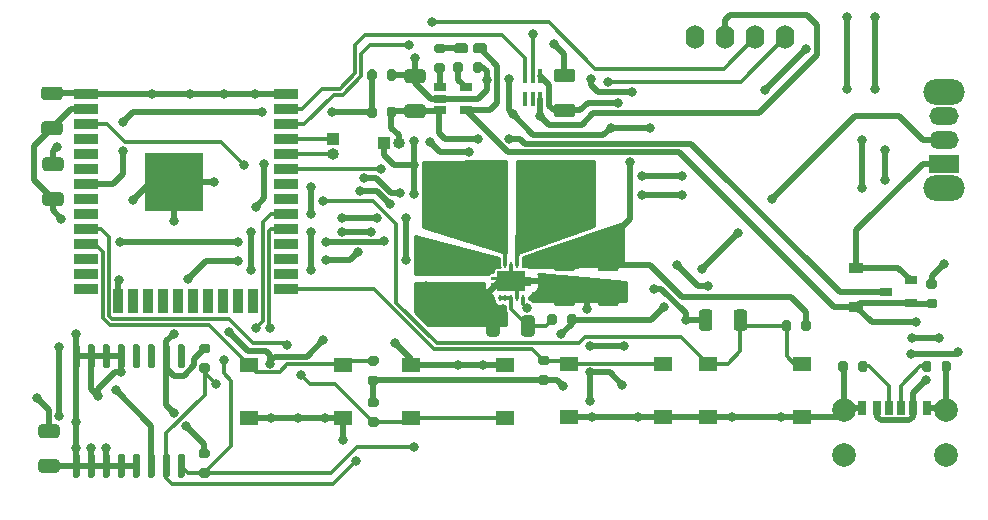
<source format=gbr>
%TF.GenerationSoftware,KiCad,Pcbnew,5.1.8-db9833491~87~ubuntu20.04.1*%
%TF.CreationDate,2020-11-29T19:52:32+05:30*%
%TF.ProjectId,esp_2fa_board_design,6573705f-3266-4615-9f62-6f6172645f64,v01*%
%TF.SameCoordinates,Original*%
%TF.FileFunction,Copper,L1,Top*%
%TF.FilePolarity,Positive*%
%FSLAX46Y46*%
G04 Gerber Fmt 4.6, Leading zero omitted, Abs format (unit mm)*
G04 Created by KiCad (PCBNEW 5.1.8-db9833491~87~ubuntu20.04.1) date 2020-11-29 19:52:32*
%MOMM*%
%LPD*%
G01*
G04 APERTURE LIST*
%TA.AperFunction,SMDPad,CuDef*%
%ADD10R,0.240000X0.600000*%
%TD*%
%TA.AperFunction,SMDPad,CuDef*%
%ADD11C,0.100000*%
%TD*%
%TA.AperFunction,ComponentPad*%
%ADD12C,0.600000*%
%TD*%
%TA.AperFunction,ComponentPad*%
%ADD13O,1.600000X2.000000*%
%TD*%
%TA.AperFunction,ComponentPad*%
%ADD14O,1.000000X1.000000*%
%TD*%
%TA.AperFunction,ComponentPad*%
%ADD15R,1.000000X1.000000*%
%TD*%
%TA.AperFunction,ComponentPad*%
%ADD16O,3.500000X2.200000*%
%TD*%
%TA.AperFunction,ComponentPad*%
%ADD17O,2.500000X1.500000*%
%TD*%
%TA.AperFunction,ComponentPad*%
%ADD18R,2.500000X1.500000*%
%TD*%
%TA.AperFunction,SMDPad,CuDef*%
%ADD19R,1.200000X0.900000*%
%TD*%
%TA.AperFunction,SMDPad,CuDef*%
%ADD20R,0.400000X1.200000*%
%TD*%
%TA.AperFunction,SMDPad,CuDef*%
%ADD21R,0.700000X1.200000*%
%TD*%
%TA.AperFunction,SMDPad,CuDef*%
%ADD22R,0.760000X1.200000*%
%TD*%
%TA.AperFunction,SMDPad,CuDef*%
%ADD23R,0.800000X1.200000*%
%TD*%
%TA.AperFunction,ComponentPad*%
%ADD24C,2.000000*%
%TD*%
%TA.AperFunction,SMDPad,CuDef*%
%ADD25R,2.200000X3.050000*%
%TD*%
%TA.AperFunction,SMDPad,CuDef*%
%ADD26R,1.100000X0.650000*%
%TD*%
%TA.AperFunction,SMDPad,CuDef*%
%ADD27R,1.550000X1.300000*%
%TD*%
%TA.AperFunction,SMDPad,CuDef*%
%ADD28R,2.000000X0.900000*%
%TD*%
%TA.AperFunction,SMDPad,CuDef*%
%ADD29R,0.900000X2.000000*%
%TD*%
%TA.AperFunction,SMDPad,CuDef*%
%ADD30R,5.000000X5.000000*%
%TD*%
%TA.AperFunction,SMDPad,CuDef*%
%ADD31R,1.060000X0.650000*%
%TD*%
%TA.AperFunction,ViaPad*%
%ADD32C,0.800000*%
%TD*%
%TA.AperFunction,Conductor*%
%ADD33C,0.300000*%
%TD*%
%TA.AperFunction,Conductor*%
%ADD34C,0.500000*%
%TD*%
%TA.AperFunction,Conductor*%
%ADD35C,0.254000*%
%TD*%
%TA.AperFunction,Conductor*%
%ADD36C,0.100000*%
%TD*%
G04 APERTURE END LIST*
%TO.P,C11,2*%
%TO.N,GND*%
%TA.AperFunction,SMDPad,CuDef*%
G36*
G01*
X123674999Y-104475000D02*
X124975001Y-104475000D01*
G75*
G02*
X125225000Y-104724999I0J-249999D01*
G01*
X125225000Y-105375001D01*
G75*
G02*
X124975001Y-105625000I-249999J0D01*
G01*
X123674999Y-105625000D01*
G75*
G02*
X123425000Y-105375001I0J249999D01*
G01*
X123425000Y-104724999D01*
G75*
G02*
X123674999Y-104475000I249999J0D01*
G01*
G37*
%TD.AperFunction*%
%TO.P,C11,1*%
%TO.N,Net-(C11-Pad1)*%
%TA.AperFunction,SMDPad,CuDef*%
G36*
G01*
X123674999Y-101525000D02*
X124975001Y-101525000D01*
G75*
G02*
X125225000Y-101774999I0J-249999D01*
G01*
X125225000Y-102425001D01*
G75*
G02*
X124975001Y-102675000I-249999J0D01*
G01*
X123674999Y-102675000D01*
G75*
G02*
X123425000Y-102425001I0J249999D01*
G01*
X123425000Y-101774999D01*
G75*
G02*
X123674999Y-101525000I249999J0D01*
G01*
G37*
%TD.AperFunction*%
%TD*%
D10*
%TO.P,U4,1*%
%TO.N,+3V3*%
X132500000Y-102100000D03*
%TO.P,U4,2*%
%TO.N,Net-(L1-Pad2)*%
X132000000Y-102100000D03*
%TO.P,U4,3*%
%TO.N,GND*%
X131500000Y-102100000D03*
%TO.P,U4,4*%
%TO.N,Net-(L1-Pad1)*%
X131000000Y-102100000D03*
%TO.P,U4,5*%
%TO.N,Net-(C11-Pad1)*%
X130500000Y-102100000D03*
%TO.P,U4,6*%
%TO.N,Net-(C7-Pad1)*%
X130500000Y-104900000D03*
%TO.P,U4,7*%
X131000000Y-104900000D03*
%TO.P,U4,8*%
X131500000Y-104900000D03*
%TO.P,U4,9*%
%TO.N,GND*%
X132000000Y-104900000D03*
%TO.P,U4,10*%
%TO.N,+3V3*%
X132500000Y-104900000D03*
%TA.AperFunction,SMDPad,CuDef*%
D11*
%TO.P,U4,11*%
%TO.N,GND*%
G36*
X132700000Y-103375000D02*
G01*
X132700000Y-103625000D01*
X133200000Y-103625000D01*
X133200000Y-103875000D01*
X132700000Y-103875000D01*
X132700000Y-104325000D01*
X130300000Y-104325000D01*
X130300000Y-103875000D01*
X129800000Y-103875000D01*
X129800000Y-103625000D01*
X130300000Y-103625000D01*
X130300000Y-103375000D01*
X129800000Y-103375000D01*
X129800000Y-103125000D01*
X130300000Y-103125000D01*
X130300000Y-102675000D01*
X132700000Y-102675000D01*
X132700000Y-103125000D01*
X133200000Y-103125000D01*
X133200000Y-103375000D01*
X132700000Y-103375000D01*
G37*
%TD.AperFunction*%
D12*
X130550000Y-103500000D03*
X131500000Y-102925000D03*
X131500000Y-104075000D03*
X132450000Y-103500000D03*
%TD*%
D13*
%TO.P,Brd1,4*%
%TO.N,/IO21_SDA*%
X154700000Y-82850000D03*
%TO.P,Brd1,3*%
%TO.N,/IO22_SCL*%
X152160000Y-82850000D03*
%TO.P,Brd1,1*%
%TO.N,GND*%
X147080000Y-82850000D03*
%TO.P,Brd1,2*%
%TO.N,/LOAD_SWITCH_VCC*%
X149620000Y-82850000D03*
%TD*%
D14*
%TO.P,J1,2*%
%TO.N,/RX*%
X116400000Y-92720000D03*
D15*
%TO.P,J1,1*%
%TO.N,/TX*%
X116400000Y-91450000D03*
%TD*%
D14*
%TO.P,J3,2*%
%TO.N,+BATT*%
X121950000Y-91800000D03*
D15*
%TO.P,J3,1*%
%TO.N,GND*%
X120680000Y-91800000D03*
%TD*%
D16*
%TO.P,SW5,*%
%TO.N,*%
X168100000Y-87450000D03*
X168100000Y-95650000D03*
D17*
%TO.P,SW5,3*%
%TO.N,N/C*%
X168100000Y-89550000D03*
%TO.P,SW5,2*%
%TO.N,Net-(C11-Pad1)*%
X168100000Y-91550000D03*
D18*
%TO.P,SW5,1*%
%TO.N,/V_INPUT*%
X168100000Y-93550000D03*
%TD*%
%TO.P,C10,2*%
%TO.N,GND*%
%TA.AperFunction,SMDPad,CuDef*%
G36*
G01*
X91699999Y-118575000D02*
X93000001Y-118575000D01*
G75*
G02*
X93250000Y-118824999I0J-249999D01*
G01*
X93250000Y-119475001D01*
G75*
G02*
X93000001Y-119725000I-249999J0D01*
G01*
X91699999Y-119725000D01*
G75*
G02*
X91450000Y-119475001I0J249999D01*
G01*
X91450000Y-118824999D01*
G75*
G02*
X91699999Y-118575000I249999J0D01*
G01*
G37*
%TD.AperFunction*%
%TO.P,C10,1*%
%TO.N,Net-(BT1-Pad1)*%
%TA.AperFunction,SMDPad,CuDef*%
G36*
G01*
X91699999Y-115625000D02*
X93000001Y-115625000D01*
G75*
G02*
X93250000Y-115874999I0J-249999D01*
G01*
X93250000Y-116525001D01*
G75*
G02*
X93000001Y-116775000I-249999J0D01*
G01*
X91699999Y-116775000D01*
G75*
G02*
X91450000Y-116525001I0J249999D01*
G01*
X91450000Y-115874999D01*
G75*
G02*
X91699999Y-115625000I249999J0D01*
G01*
G37*
%TD.AperFunction*%
%TD*%
%TO.P,C2,1*%
%TO.N,GND*%
%TA.AperFunction,SMDPad,CuDef*%
G36*
G01*
X91949999Y-87025000D02*
X93250001Y-87025000D01*
G75*
G02*
X93500000Y-87274999I0J-249999D01*
G01*
X93500000Y-87925001D01*
G75*
G02*
X93250001Y-88175000I-249999J0D01*
G01*
X91949999Y-88175000D01*
G75*
G02*
X91700000Y-87925001I0J249999D01*
G01*
X91700000Y-87274999D01*
G75*
G02*
X91949999Y-87025000I249999J0D01*
G01*
G37*
%TD.AperFunction*%
%TO.P,C2,2*%
%TO.N,+3V3*%
%TA.AperFunction,SMDPad,CuDef*%
G36*
G01*
X91949999Y-89975000D02*
X93250001Y-89975000D01*
G75*
G02*
X93500000Y-90224999I0J-249999D01*
G01*
X93500000Y-90875001D01*
G75*
G02*
X93250001Y-91125000I-249999J0D01*
G01*
X91949999Y-91125000D01*
G75*
G02*
X91700000Y-90875001I0J249999D01*
G01*
X91700000Y-90224999D01*
G75*
G02*
X91949999Y-89975000I249999J0D01*
G01*
G37*
%TD.AperFunction*%
%TD*%
%TO.P,C1,1*%
%TO.N,+3V3*%
%TA.AperFunction,SMDPad,CuDef*%
G36*
G01*
X93350001Y-97125000D02*
X92049999Y-97125000D01*
G75*
G02*
X91800000Y-96875001I0J249999D01*
G01*
X91800000Y-96224999D01*
G75*
G02*
X92049999Y-95975000I249999J0D01*
G01*
X93350001Y-95975000D01*
G75*
G02*
X93600000Y-96224999I0J-249999D01*
G01*
X93600000Y-96875001D01*
G75*
G02*
X93350001Y-97125000I-249999J0D01*
G01*
G37*
%TD.AperFunction*%
%TO.P,C1,2*%
%TO.N,GND*%
%TA.AperFunction,SMDPad,CuDef*%
G36*
G01*
X93350001Y-94175000D02*
X92049999Y-94175000D01*
G75*
G02*
X91800000Y-93925001I0J249999D01*
G01*
X91800000Y-93274999D01*
G75*
G02*
X92049999Y-93025000I249999J0D01*
G01*
X93350001Y-93025000D01*
G75*
G02*
X93600000Y-93274999I0J-249999D01*
G01*
X93600000Y-93925001D01*
G75*
G02*
X93350001Y-94175000I-249999J0D01*
G01*
G37*
%TD.AperFunction*%
%TD*%
%TO.P,C3,1*%
%TO.N,/EN*%
%TA.AperFunction,SMDPad,CuDef*%
G36*
G01*
X151475000Y-106149999D02*
X151475000Y-107450001D01*
G75*
G02*
X151225001Y-107700000I-249999J0D01*
G01*
X150574999Y-107700000D01*
G75*
G02*
X150325000Y-107450001I0J249999D01*
G01*
X150325000Y-106149999D01*
G75*
G02*
X150574999Y-105900000I249999J0D01*
G01*
X151225001Y-105900000D01*
G75*
G02*
X151475000Y-106149999I0J-249999D01*
G01*
G37*
%TD.AperFunction*%
%TO.P,C3,2*%
%TO.N,GND*%
%TA.AperFunction,SMDPad,CuDef*%
G36*
G01*
X148525000Y-106149999D02*
X148525000Y-107450001D01*
G75*
G02*
X148275001Y-107700000I-249999J0D01*
G01*
X147624999Y-107700000D01*
G75*
G02*
X147375000Y-107450001I0J249999D01*
G01*
X147375000Y-106149999D01*
G75*
G02*
X147624999Y-105900000I249999J0D01*
G01*
X148275001Y-105900000D01*
G75*
G02*
X148525000Y-106149999I0J-249999D01*
G01*
G37*
%TD.AperFunction*%
%TD*%
%TO.P,C4,1*%
%TO.N,GND*%
%TA.AperFunction,SMDPad,CuDef*%
G36*
G01*
X122699999Y-85575000D02*
X124000001Y-85575000D01*
G75*
G02*
X124250000Y-85824999I0J-249999D01*
G01*
X124250000Y-86475001D01*
G75*
G02*
X124000001Y-86725000I-249999J0D01*
G01*
X122699999Y-86725000D01*
G75*
G02*
X122450000Y-86475001I0J249999D01*
G01*
X122450000Y-85824999D01*
G75*
G02*
X122699999Y-85575000I249999J0D01*
G01*
G37*
%TD.AperFunction*%
%TO.P,C4,2*%
%TO.N,+BATT*%
%TA.AperFunction,SMDPad,CuDef*%
G36*
G01*
X122699999Y-88525000D02*
X124000001Y-88525000D01*
G75*
G02*
X124250000Y-88774999I0J-249999D01*
G01*
X124250000Y-89425001D01*
G75*
G02*
X124000001Y-89675000I-249999J0D01*
G01*
X122699999Y-89675000D01*
G75*
G02*
X122450000Y-89425001I0J249999D01*
G01*
X122450000Y-88774999D01*
G75*
G02*
X122699999Y-88525000I249999J0D01*
G01*
G37*
%TD.AperFunction*%
%TD*%
%TO.P,C5,2*%
%TO.N,+3V3*%
%TA.AperFunction,SMDPad,CuDef*%
G36*
G01*
X135349999Y-88475000D02*
X136650001Y-88475000D01*
G75*
G02*
X136900000Y-88724999I0J-249999D01*
G01*
X136900000Y-89375001D01*
G75*
G02*
X136650001Y-89625000I-249999J0D01*
G01*
X135349999Y-89625000D01*
G75*
G02*
X135100000Y-89375001I0J249999D01*
G01*
X135100000Y-88724999D01*
G75*
G02*
X135349999Y-88475000I249999J0D01*
G01*
G37*
%TD.AperFunction*%
%TO.P,C5,1*%
%TO.N,GND*%
%TA.AperFunction,SMDPad,CuDef*%
G36*
G01*
X135349999Y-85525000D02*
X136650001Y-85525000D01*
G75*
G02*
X136900000Y-85774999I0J-249999D01*
G01*
X136900000Y-86425001D01*
G75*
G02*
X136650001Y-86675000I-249999J0D01*
G01*
X135349999Y-86675000D01*
G75*
G02*
X135100000Y-86425001I0J249999D01*
G01*
X135100000Y-85774999D01*
G75*
G02*
X135349999Y-85525000I249999J0D01*
G01*
G37*
%TD.AperFunction*%
%TD*%
%TO.P,C6,2*%
%TO.N,GND*%
%TA.AperFunction,SMDPad,CuDef*%
G36*
G01*
X126449999Y-104475000D02*
X127750001Y-104475000D01*
G75*
G02*
X128000000Y-104724999I0J-249999D01*
G01*
X128000000Y-105375001D01*
G75*
G02*
X127750001Y-105625000I-249999J0D01*
G01*
X126449999Y-105625000D01*
G75*
G02*
X126200000Y-105375001I0J249999D01*
G01*
X126200000Y-104724999D01*
G75*
G02*
X126449999Y-104475000I249999J0D01*
G01*
G37*
%TD.AperFunction*%
%TO.P,C6,1*%
%TO.N,Net-(C11-Pad1)*%
%TA.AperFunction,SMDPad,CuDef*%
G36*
G01*
X126449999Y-101525000D02*
X127750001Y-101525000D01*
G75*
G02*
X128000000Y-101774999I0J-249999D01*
G01*
X128000000Y-102425001D01*
G75*
G02*
X127750001Y-102675000I-249999J0D01*
G01*
X126449999Y-102675000D01*
G75*
G02*
X126200000Y-102425001I0J249999D01*
G01*
X126200000Y-101774999D01*
G75*
G02*
X126449999Y-101525000I249999J0D01*
G01*
G37*
%TD.AperFunction*%
%TD*%
%TO.P,C7,2*%
%TO.N,GND*%
%TA.AperFunction,SMDPad,CuDef*%
G36*
G01*
X130525000Y-106649999D02*
X130525000Y-107950001D01*
G75*
G02*
X130275001Y-108200000I-249999J0D01*
G01*
X129624999Y-108200000D01*
G75*
G02*
X129375000Y-107950001I0J249999D01*
G01*
X129375000Y-106649999D01*
G75*
G02*
X129624999Y-106400000I249999J0D01*
G01*
X130275001Y-106400000D01*
G75*
G02*
X130525000Y-106649999I0J-249999D01*
G01*
G37*
%TD.AperFunction*%
%TO.P,C7,1*%
%TO.N,Net-(C7-Pad1)*%
%TA.AperFunction,SMDPad,CuDef*%
G36*
G01*
X133475000Y-106649999D02*
X133475000Y-107950001D01*
G75*
G02*
X133225001Y-108200000I-249999J0D01*
G01*
X132574999Y-108200000D01*
G75*
G02*
X132325000Y-107950001I0J249999D01*
G01*
X132325000Y-106649999D01*
G75*
G02*
X132574999Y-106400000I249999J0D01*
G01*
X133225001Y-106400000D01*
G75*
G02*
X133475000Y-106649999I0J-249999D01*
G01*
G37*
%TD.AperFunction*%
%TD*%
%TO.P,C8,1*%
%TO.N,+3V3*%
%TA.AperFunction,SMDPad,CuDef*%
G36*
G01*
X135349999Y-101525000D02*
X136650001Y-101525000D01*
G75*
G02*
X136900000Y-101774999I0J-249999D01*
G01*
X136900000Y-102425001D01*
G75*
G02*
X136650001Y-102675000I-249999J0D01*
G01*
X135349999Y-102675000D01*
G75*
G02*
X135100000Y-102425001I0J249999D01*
G01*
X135100000Y-101774999D01*
G75*
G02*
X135349999Y-101525000I249999J0D01*
G01*
G37*
%TD.AperFunction*%
%TO.P,C8,2*%
%TO.N,GND*%
%TA.AperFunction,SMDPad,CuDef*%
G36*
G01*
X135349999Y-104475000D02*
X136650001Y-104475000D01*
G75*
G02*
X136900000Y-104724999I0J-249999D01*
G01*
X136900000Y-105375001D01*
G75*
G02*
X136650001Y-105625000I-249999J0D01*
G01*
X135349999Y-105625000D01*
G75*
G02*
X135100000Y-105375001I0J249999D01*
G01*
X135100000Y-104724999D01*
G75*
G02*
X135349999Y-104475000I249999J0D01*
G01*
G37*
%TD.AperFunction*%
%TD*%
%TO.P,C9,2*%
%TO.N,GND*%
%TA.AperFunction,SMDPad,CuDef*%
G36*
G01*
X139049999Y-104475000D02*
X140350001Y-104475000D01*
G75*
G02*
X140600000Y-104724999I0J-249999D01*
G01*
X140600000Y-105375001D01*
G75*
G02*
X140350001Y-105625000I-249999J0D01*
G01*
X139049999Y-105625000D01*
G75*
G02*
X138800000Y-105375001I0J249999D01*
G01*
X138800000Y-104724999D01*
G75*
G02*
X139049999Y-104475000I249999J0D01*
G01*
G37*
%TD.AperFunction*%
%TO.P,C9,1*%
%TO.N,+3V3*%
%TA.AperFunction,SMDPad,CuDef*%
G36*
G01*
X139049999Y-101525000D02*
X140350001Y-101525000D01*
G75*
G02*
X140600000Y-101774999I0J-249999D01*
G01*
X140600000Y-102425001D01*
G75*
G02*
X140350001Y-102675000I-249999J0D01*
G01*
X139049999Y-102675000D01*
G75*
G02*
X138800000Y-102425001I0J249999D01*
G01*
X138800000Y-101774999D01*
G75*
G02*
X139049999Y-101525000I249999J0D01*
G01*
G37*
%TD.AperFunction*%
%TD*%
%TO.P,D2,2*%
%TO.N,VBUS*%
%TA.AperFunction,SMDPad,CuDef*%
G36*
G01*
X128237500Y-84012500D02*
X128237500Y-83587500D01*
G75*
G02*
X128450000Y-83375000I212500J0D01*
G01*
X129250000Y-83375000D01*
G75*
G02*
X129462500Y-83587500I0J-212500D01*
G01*
X129462500Y-84012500D01*
G75*
G02*
X129250000Y-84225000I-212500J0D01*
G01*
X128450000Y-84225000D01*
G75*
G02*
X128237500Y-84012500I0J212500D01*
G01*
G37*
%TD.AperFunction*%
%TO.P,D2,1*%
%TO.N,Net-(D2-Pad1)*%
%TA.AperFunction,SMDPad,CuDef*%
G36*
G01*
X126612500Y-84012500D02*
X126612500Y-83587500D01*
G75*
G02*
X126825000Y-83375000I212500J0D01*
G01*
X127625000Y-83375000D01*
G75*
G02*
X127837500Y-83587500I0J-212500D01*
G01*
X127837500Y-84012500D01*
G75*
G02*
X127625000Y-84225000I-212500J0D01*
G01*
X126825000Y-84225000D01*
G75*
G02*
X126612500Y-84012500I0J212500D01*
G01*
G37*
%TD.AperFunction*%
%TD*%
D19*
%TO.P,D3,1*%
%TO.N,/V_INPUT*%
X160700000Y-102350000D03*
%TO.P,D3,2*%
%TO.N,VBUS*%
X160700000Y-105650000D03*
%TD*%
D20*
%TO.P,IC1,6*%
%TO.N,/LOAD_SWITCH_VCC*%
X133950000Y-88050000D03*
%TO.P,IC1,5*%
%TO.N,Net-(IC1-Pad5)*%
X133300000Y-88050000D03*
%TO.P,IC1,4*%
%TO.N,Net-(IC1-Pad4)*%
X132650000Y-88050000D03*
%TO.P,IC1,3*%
%TO.N,/IO23*%
X132650000Y-86150000D03*
%TO.P,IC1,2*%
%TO.N,GND*%
X133300000Y-86150000D03*
%TO.P,IC1,1*%
%TO.N,+3V3*%
X133950000Y-86150000D03*
%TD*%
D21*
%TO.P,J2,A5*%
%TO.N,Net-(J2-PadA5)*%
X163480000Y-114250000D03*
D22*
%TO.P,J2,A9*%
%TO.N,VBUS*%
X165500000Y-114250000D03*
D23*
%TO.P,J2,A12*%
%TO.N,GND*%
X166730000Y-114250000D03*
D21*
%TO.P,J2,B5*%
%TO.N,Net-(J2-PadB5)*%
X164480000Y-114250000D03*
D22*
%TO.P,J2,B9*%
%TO.N,VBUS*%
X162460000Y-114250000D03*
D23*
%TO.P,J2,B12*%
%TO.N,GND*%
X161230000Y-114250000D03*
D24*
%TO.P,J2,MH1*%
X159660000Y-118200000D03*
%TO.P,J2,MH2*%
X168300000Y-118200000D03*
%TO.P,J2,MH3*%
X168300000Y-114400000D03*
%TO.P,J2,MH4*%
X159660000Y-114400000D03*
%TD*%
D25*
%TO.P,L1,1*%
%TO.N,Net-(L1-Pad1)*%
X126500000Y-95850000D03*
%TO.P,L1,2*%
%TO.N,Net-(L1-Pad2)*%
X135800000Y-95850000D03*
%TD*%
D26*
%TO.P,Q1,1*%
%TO.N,VBUS*%
X165350000Y-105360000D03*
%TO.P,Q1,2*%
%TO.N,/V_INPUT*%
X165350000Y-103440000D03*
%TO.P,Q1,3*%
%TO.N,+BATT*%
X163250000Y-104400000D03*
%TD*%
%TO.P,R1,2*%
%TO.N,Net-(C7-Pad1)*%
%TA.AperFunction,SMDPad,CuDef*%
G36*
G01*
X135350000Y-106475000D02*
X135350000Y-107025000D01*
G75*
G02*
X135150000Y-107225000I-200000J0D01*
G01*
X134750000Y-107225000D01*
G75*
G02*
X134550000Y-107025000I0J200000D01*
G01*
X134550000Y-106475000D01*
G75*
G02*
X134750000Y-106275000I200000J0D01*
G01*
X135150000Y-106275000D01*
G75*
G02*
X135350000Y-106475000I0J-200000D01*
G01*
G37*
%TD.AperFunction*%
%TO.P,R1,1*%
%TO.N,Net-(C11-Pad1)*%
%TA.AperFunction,SMDPad,CuDef*%
G36*
G01*
X137000000Y-106475000D02*
X137000000Y-107025000D01*
G75*
G02*
X136800000Y-107225000I-200000J0D01*
G01*
X136400000Y-107225000D01*
G75*
G02*
X136200000Y-107025000I0J200000D01*
G01*
X136200000Y-106475000D01*
G75*
G02*
X136400000Y-106275000I200000J0D01*
G01*
X136800000Y-106275000D01*
G75*
G02*
X137000000Y-106475000I0J-200000D01*
G01*
G37*
%TD.AperFunction*%
%TD*%
%TO.P,R2,2*%
%TO.N,/IO5_SDA*%
%TA.AperFunction,SMDPad,CuDef*%
G36*
G01*
X105275000Y-110450000D02*
X105825000Y-110450000D01*
G75*
G02*
X106025000Y-110650000I0J-200000D01*
G01*
X106025000Y-111050000D01*
G75*
G02*
X105825000Y-111250000I-200000J0D01*
G01*
X105275000Y-111250000D01*
G75*
G02*
X105075000Y-111050000I0J200000D01*
G01*
X105075000Y-110650000D01*
G75*
G02*
X105275000Y-110450000I200000J0D01*
G01*
G37*
%TD.AperFunction*%
%TO.P,R2,1*%
%TO.N,/LOAD_SWITCH_VCC*%
%TA.AperFunction,SMDPad,CuDef*%
G36*
G01*
X105275000Y-108800000D02*
X105825000Y-108800000D01*
G75*
G02*
X106025000Y-109000000I0J-200000D01*
G01*
X106025000Y-109400000D01*
G75*
G02*
X105825000Y-109600000I-200000J0D01*
G01*
X105275000Y-109600000D01*
G75*
G02*
X105075000Y-109400000I0J200000D01*
G01*
X105075000Y-109000000D01*
G75*
G02*
X105275000Y-108800000I200000J0D01*
G01*
G37*
%TD.AperFunction*%
%TD*%
%TO.P,R3,1*%
%TO.N,/LOAD_SWITCH_VCC*%
%TA.AperFunction,SMDPad,CuDef*%
G36*
G01*
X105225000Y-117700000D02*
X105775000Y-117700000D01*
G75*
G02*
X105975000Y-117900000I0J-200000D01*
G01*
X105975000Y-118300000D01*
G75*
G02*
X105775000Y-118500000I-200000J0D01*
G01*
X105225000Y-118500000D01*
G75*
G02*
X105025000Y-118300000I0J200000D01*
G01*
X105025000Y-117900000D01*
G75*
G02*
X105225000Y-117700000I200000J0D01*
G01*
G37*
%TD.AperFunction*%
%TO.P,R3,2*%
%TO.N,/IO18_SCL*%
%TA.AperFunction,SMDPad,CuDef*%
G36*
G01*
X105225000Y-119350000D02*
X105775000Y-119350000D01*
G75*
G02*
X105975000Y-119550000I0J-200000D01*
G01*
X105975000Y-119950000D01*
G75*
G02*
X105775000Y-120150000I-200000J0D01*
G01*
X105225000Y-120150000D01*
G75*
G02*
X105025000Y-119950000I0J200000D01*
G01*
X105025000Y-119550000D01*
G75*
G02*
X105225000Y-119350000I200000J0D01*
G01*
G37*
%TD.AperFunction*%
%TD*%
%TO.P,R4,1*%
%TO.N,+3V3*%
%TA.AperFunction,SMDPad,CuDef*%
G36*
G01*
X120075000Y-112300000D02*
X119525000Y-112300000D01*
G75*
G02*
X119325000Y-112100000I0J200000D01*
G01*
X119325000Y-111700000D01*
G75*
G02*
X119525000Y-111500000I200000J0D01*
G01*
X120075000Y-111500000D01*
G75*
G02*
X120275000Y-111700000I0J-200000D01*
G01*
X120275000Y-112100000D01*
G75*
G02*
X120075000Y-112300000I-200000J0D01*
G01*
G37*
%TD.AperFunction*%
%TO.P,R4,2*%
%TO.N,/IO26*%
%TA.AperFunction,SMDPad,CuDef*%
G36*
G01*
X120075000Y-110650000D02*
X119525000Y-110650000D01*
G75*
G02*
X119325000Y-110450000I0J200000D01*
G01*
X119325000Y-110050000D01*
G75*
G02*
X119525000Y-109850000I200000J0D01*
G01*
X120075000Y-109850000D01*
G75*
G02*
X120275000Y-110050000I0J-200000D01*
G01*
X120275000Y-110450000D01*
G75*
G02*
X120075000Y-110650000I-200000J0D01*
G01*
G37*
%TD.AperFunction*%
%TD*%
%TO.P,R5,2*%
%TO.N,/EN*%
%TA.AperFunction,SMDPad,CuDef*%
G36*
G01*
X155200000Y-107000000D02*
X155200000Y-107550000D01*
G75*
G02*
X155000000Y-107750000I-200000J0D01*
G01*
X154600000Y-107750000D01*
G75*
G02*
X154400000Y-107550000I0J200000D01*
G01*
X154400000Y-107000000D01*
G75*
G02*
X154600000Y-106800000I200000J0D01*
G01*
X155000000Y-106800000D01*
G75*
G02*
X155200000Y-107000000I0J-200000D01*
G01*
G37*
%TD.AperFunction*%
%TO.P,R5,1*%
%TO.N,+3V3*%
%TA.AperFunction,SMDPad,CuDef*%
G36*
G01*
X156850000Y-107000000D02*
X156850000Y-107550000D01*
G75*
G02*
X156650000Y-107750000I-200000J0D01*
G01*
X156250000Y-107750000D01*
G75*
G02*
X156050000Y-107550000I0J200000D01*
G01*
X156050000Y-107000000D01*
G75*
G02*
X156250000Y-106800000I200000J0D01*
G01*
X156650000Y-106800000D01*
G75*
G02*
X156850000Y-107000000I0J-200000D01*
G01*
G37*
%TD.AperFunction*%
%TD*%
%TO.P,R6,1*%
%TO.N,+3V3*%
%TA.AperFunction,SMDPad,CuDef*%
G36*
G01*
X134525000Y-112275000D02*
X133975000Y-112275000D01*
G75*
G02*
X133775000Y-112075000I0J200000D01*
G01*
X133775000Y-111675000D01*
G75*
G02*
X133975000Y-111475000I200000J0D01*
G01*
X134525000Y-111475000D01*
G75*
G02*
X134725000Y-111675000I0J-200000D01*
G01*
X134725000Y-112075000D01*
G75*
G02*
X134525000Y-112275000I-200000J0D01*
G01*
G37*
%TD.AperFunction*%
%TO.P,R6,2*%
%TO.N,/BOOT*%
%TA.AperFunction,SMDPad,CuDef*%
G36*
G01*
X134525000Y-110625000D02*
X133975000Y-110625000D01*
G75*
G02*
X133775000Y-110425000I0J200000D01*
G01*
X133775000Y-110025000D01*
G75*
G02*
X133975000Y-109825000I200000J0D01*
G01*
X134525000Y-109825000D01*
G75*
G02*
X134725000Y-110025000I0J-200000D01*
G01*
X134725000Y-110425000D01*
G75*
G02*
X134525000Y-110625000I-200000J0D01*
G01*
G37*
%TD.AperFunction*%
%TD*%
%TO.P,R7,2*%
%TO.N,GND*%
%TA.AperFunction,SMDPad,CuDef*%
G36*
G01*
X128250000Y-85675000D02*
X128250000Y-85125000D01*
G75*
G02*
X128450000Y-84925000I200000J0D01*
G01*
X128850000Y-84925000D01*
G75*
G02*
X129050000Y-85125000I0J-200000D01*
G01*
X129050000Y-85675000D01*
G75*
G02*
X128850000Y-85875000I-200000J0D01*
G01*
X128450000Y-85875000D01*
G75*
G02*
X128250000Y-85675000I0J200000D01*
G01*
G37*
%TD.AperFunction*%
%TO.P,R7,1*%
%TO.N,Net-(R7-Pad1)*%
%TA.AperFunction,SMDPad,CuDef*%
G36*
G01*
X126600000Y-85675000D02*
X126600000Y-85125000D01*
G75*
G02*
X126800000Y-84925000I200000J0D01*
G01*
X127200000Y-84925000D01*
G75*
G02*
X127400000Y-85125000I0J-200000D01*
G01*
X127400000Y-85675000D01*
G75*
G02*
X127200000Y-85875000I-200000J0D01*
G01*
X126800000Y-85875000D01*
G75*
G02*
X126600000Y-85675000I0J200000D01*
G01*
G37*
%TD.AperFunction*%
%TD*%
%TO.P,R8,1*%
%TO.N,Net-(R8-Pad1)*%
%TA.AperFunction,SMDPad,CuDef*%
G36*
G01*
X125725000Y-85850000D02*
X125175000Y-85850000D01*
G75*
G02*
X124975000Y-85650000I0J200000D01*
G01*
X124975000Y-85250000D01*
G75*
G02*
X125175000Y-85050000I200000J0D01*
G01*
X125725000Y-85050000D01*
G75*
G02*
X125925000Y-85250000I0J-200000D01*
G01*
X125925000Y-85650000D01*
G75*
G02*
X125725000Y-85850000I-200000J0D01*
G01*
G37*
%TD.AperFunction*%
%TO.P,R8,2*%
%TO.N,Net-(D2-Pad1)*%
%TA.AperFunction,SMDPad,CuDef*%
G36*
G01*
X125725000Y-84200000D02*
X125175000Y-84200000D01*
G75*
G02*
X124975000Y-84000000I0J200000D01*
G01*
X124975000Y-83600000D01*
G75*
G02*
X125175000Y-83400000I200000J0D01*
G01*
X125725000Y-83400000D01*
G75*
G02*
X125925000Y-83600000I0J-200000D01*
G01*
X125925000Y-84000000D01*
G75*
G02*
X125725000Y-84200000I-200000J0D01*
G01*
G37*
%TD.AperFunction*%
%TD*%
%TO.P,R9,2*%
%TO.N,/A1_7_BATT*%
%TA.AperFunction,SMDPad,CuDef*%
G36*
G01*
X120100000Y-88925000D02*
X120100000Y-89475000D01*
G75*
G02*
X119900000Y-89675000I-200000J0D01*
G01*
X119500000Y-89675000D01*
G75*
G02*
X119300000Y-89475000I0J200000D01*
G01*
X119300000Y-88925000D01*
G75*
G02*
X119500000Y-88725000I200000J0D01*
G01*
X119900000Y-88725000D01*
G75*
G02*
X120100000Y-88925000I0J-200000D01*
G01*
G37*
%TD.AperFunction*%
%TO.P,R9,1*%
%TO.N,+BATT*%
%TA.AperFunction,SMDPad,CuDef*%
G36*
G01*
X121750000Y-88925000D02*
X121750000Y-89475000D01*
G75*
G02*
X121550000Y-89675000I-200000J0D01*
G01*
X121150000Y-89675000D01*
G75*
G02*
X120950000Y-89475000I0J200000D01*
G01*
X120950000Y-88925000D01*
G75*
G02*
X121150000Y-88725000I200000J0D01*
G01*
X121550000Y-88725000D01*
G75*
G02*
X121750000Y-88925000I0J-200000D01*
G01*
G37*
%TD.AperFunction*%
%TD*%
%TO.P,R10,1*%
%TO.N,/A1_7_BATT*%
%TA.AperFunction,SMDPad,CuDef*%
G36*
G01*
X119300000Y-86325000D02*
X119300000Y-85775000D01*
G75*
G02*
X119500000Y-85575000I200000J0D01*
G01*
X119900000Y-85575000D01*
G75*
G02*
X120100000Y-85775000I0J-200000D01*
G01*
X120100000Y-86325000D01*
G75*
G02*
X119900000Y-86525000I-200000J0D01*
G01*
X119500000Y-86525000D01*
G75*
G02*
X119300000Y-86325000I0J200000D01*
G01*
G37*
%TD.AperFunction*%
%TO.P,R10,2*%
%TO.N,GND*%
%TA.AperFunction,SMDPad,CuDef*%
G36*
G01*
X120950000Y-86325000D02*
X120950000Y-85775000D01*
G75*
G02*
X121150000Y-85575000I200000J0D01*
G01*
X121550000Y-85575000D01*
G75*
G02*
X121750000Y-85775000I0J-200000D01*
G01*
X121750000Y-86325000D01*
G75*
G02*
X121550000Y-86525000I-200000J0D01*
G01*
X121150000Y-86525000D01*
G75*
G02*
X120950000Y-86325000I0J200000D01*
G01*
G37*
%TD.AperFunction*%
%TD*%
%TO.P,R11,1*%
%TO.N,GND*%
%TA.AperFunction,SMDPad,CuDef*%
G36*
G01*
X168725000Y-110450000D02*
X168725000Y-111000000D01*
G75*
G02*
X168525000Y-111200000I-200000J0D01*
G01*
X168125000Y-111200000D01*
G75*
G02*
X167925000Y-111000000I0J200000D01*
G01*
X167925000Y-110450000D01*
G75*
G02*
X168125000Y-110250000I200000J0D01*
G01*
X168525000Y-110250000D01*
G75*
G02*
X168725000Y-110450000I0J-200000D01*
G01*
G37*
%TD.AperFunction*%
%TO.P,R11,2*%
%TO.N,Net-(J2-PadB5)*%
%TA.AperFunction,SMDPad,CuDef*%
G36*
G01*
X167075000Y-110450000D02*
X167075000Y-111000000D01*
G75*
G02*
X166875000Y-111200000I-200000J0D01*
G01*
X166475000Y-111200000D01*
G75*
G02*
X166275000Y-111000000I0J200000D01*
G01*
X166275000Y-110450000D01*
G75*
G02*
X166475000Y-110250000I200000J0D01*
G01*
X166875000Y-110250000D01*
G75*
G02*
X167075000Y-110450000I0J-200000D01*
G01*
G37*
%TD.AperFunction*%
%TD*%
%TO.P,R12,2*%
%TO.N,Net-(J2-PadA5)*%
%TA.AperFunction,SMDPad,CuDef*%
G36*
G01*
X160850000Y-111000000D02*
X160850000Y-110450000D01*
G75*
G02*
X161050000Y-110250000I200000J0D01*
G01*
X161450000Y-110250000D01*
G75*
G02*
X161650000Y-110450000I0J-200000D01*
G01*
X161650000Y-111000000D01*
G75*
G02*
X161450000Y-111200000I-200000J0D01*
G01*
X161050000Y-111200000D01*
G75*
G02*
X160850000Y-111000000I0J200000D01*
G01*
G37*
%TD.AperFunction*%
%TO.P,R12,1*%
%TO.N,GND*%
%TA.AperFunction,SMDPad,CuDef*%
G36*
G01*
X159200000Y-111000000D02*
X159200000Y-110450000D01*
G75*
G02*
X159400000Y-110250000I200000J0D01*
G01*
X159800000Y-110250000D01*
G75*
G02*
X160000000Y-110450000I0J-200000D01*
G01*
X160000000Y-111000000D01*
G75*
G02*
X159800000Y-111200000I-200000J0D01*
G01*
X159400000Y-111200000D01*
G75*
G02*
X159200000Y-111000000I0J200000D01*
G01*
G37*
%TD.AperFunction*%
%TD*%
%TO.P,R13,1*%
%TO.N,VBUS*%
%TA.AperFunction,SMDPad,CuDef*%
G36*
G01*
X167375000Y-105800000D02*
X166825000Y-105800000D01*
G75*
G02*
X166625000Y-105600000I0J200000D01*
G01*
X166625000Y-105200000D01*
G75*
G02*
X166825000Y-105000000I200000J0D01*
G01*
X167375000Y-105000000D01*
G75*
G02*
X167575000Y-105200000I0J-200000D01*
G01*
X167575000Y-105600000D01*
G75*
G02*
X167375000Y-105800000I-200000J0D01*
G01*
G37*
%TD.AperFunction*%
%TO.P,R13,2*%
%TO.N,GND*%
%TA.AperFunction,SMDPad,CuDef*%
G36*
G01*
X167375000Y-104150000D02*
X166825000Y-104150000D01*
G75*
G02*
X166625000Y-103950000I0J200000D01*
G01*
X166625000Y-103550000D01*
G75*
G02*
X166825000Y-103350000I200000J0D01*
G01*
X167375000Y-103350000D01*
G75*
G02*
X167575000Y-103550000I0J-200000D01*
G01*
X167575000Y-103950000D01*
G75*
G02*
X167375000Y-104150000I-200000J0D01*
G01*
G37*
%TD.AperFunction*%
%TD*%
%TO.P,R14,2*%
%TO.N,/IO25*%
%TA.AperFunction,SMDPad,CuDef*%
G36*
G01*
X119525000Y-115025000D02*
X120075000Y-115025000D01*
G75*
G02*
X120275000Y-115225000I0J-200000D01*
G01*
X120275000Y-115625000D01*
G75*
G02*
X120075000Y-115825000I-200000J0D01*
G01*
X119525000Y-115825000D01*
G75*
G02*
X119325000Y-115625000I0J200000D01*
G01*
X119325000Y-115225000D01*
G75*
G02*
X119525000Y-115025000I200000J0D01*
G01*
G37*
%TD.AperFunction*%
%TO.P,R14,1*%
%TO.N,+3V3*%
%TA.AperFunction,SMDPad,CuDef*%
G36*
G01*
X119525000Y-113375000D02*
X120075000Y-113375000D01*
G75*
G02*
X120275000Y-113575000I0J-200000D01*
G01*
X120275000Y-113975000D01*
G75*
G02*
X120075000Y-114175000I-200000J0D01*
G01*
X119525000Y-114175000D01*
G75*
G02*
X119325000Y-113975000I0J200000D01*
G01*
X119325000Y-113575000D01*
G75*
G02*
X119525000Y-113375000I200000J0D01*
G01*
G37*
%TD.AperFunction*%
%TD*%
D27*
%TO.P,UP,2*%
%TO.N,/IO26*%
X109300000Y-110600000D03*
%TO.P,UP,1*%
%TO.N,GND*%
X109300000Y-115100000D03*
X117250000Y-115100000D03*
%TO.P,UP,2*%
%TO.N,/IO26*%
X117250000Y-110600000D03*
%TD*%
%TO.P,DOWN,2*%
%TO.N,/IO25*%
X123025000Y-115075000D03*
%TO.P,DOWN,1*%
%TO.N,GND*%
X123025000Y-110575000D03*
X130975000Y-110575000D03*
%TO.P,DOWN,2*%
%TO.N,/IO25*%
X130975000Y-115075000D03*
%TD*%
%TO.P,SELECT,2*%
%TO.N,/BOOT*%
X136375000Y-110525000D03*
%TO.P,SELECT,1*%
%TO.N,GND*%
X136375000Y-115025000D03*
X144325000Y-115025000D03*
%TO.P,SELECT,2*%
%TO.N,/BOOT*%
X144325000Y-110525000D03*
%TD*%
%TO.P,RESET,2*%
%TO.N,/EN*%
X156075000Y-110475000D03*
%TO.P,RESET,1*%
%TO.N,GND*%
X156075000Y-114975000D03*
X148125000Y-114975000D03*
%TO.P,RESET,2*%
%TO.N,/EN*%
X148125000Y-110475000D03*
%TD*%
D28*
%TO.P,U1,38*%
%TO.N,GND*%
X112450000Y-87645000D03*
%TO.P,U1,37*%
%TO.N,/IO23*%
X112450000Y-88915000D03*
%TO.P,U1,36*%
%TO.N,/IO22_SCL*%
X112450000Y-90185000D03*
%TO.P,U1,35*%
%TO.N,/TX*%
X112450000Y-91455000D03*
%TO.P,U1,34*%
%TO.N,/RX*%
X112450000Y-92725000D03*
%TO.P,U1,33*%
%TO.N,/IO21_SDA*%
X112450000Y-93995000D03*
%TO.P,U1,32*%
%TO.N,Net-(U1-Pad32)*%
X112450000Y-95265000D03*
%TO.P,U1,31*%
%TO.N,Net-(U1-Pad31)*%
X112450000Y-96535000D03*
%TO.P,U1,30*%
%TO.N,/IO18_SCL*%
X112450000Y-97805000D03*
%TO.P,U1,29*%
%TO.N,/IO5_SDA*%
X112450000Y-99075000D03*
%TO.P,U1,28*%
%TO.N,Net-(U1-Pad28)*%
X112450000Y-100345000D03*
%TO.P,U1,27*%
%TO.N,Net-(U1-Pad27)*%
X112450000Y-101615000D03*
%TO.P,U1,26*%
%TO.N,Net-(U1-Pad26)*%
X112450000Y-102885000D03*
%TO.P,U1,25*%
%TO.N,/BOOT*%
X112450000Y-104155000D03*
D29*
%TO.P,U1,24*%
%TO.N,Net-(U1-Pad24)*%
X109665000Y-105155000D03*
%TO.P,U1,23*%
%TO.N,Net-(U1-Pad23)*%
X108395000Y-105155000D03*
%TO.P,U1,22*%
%TO.N,Net-(U1-Pad22)*%
X107125000Y-105155000D03*
%TO.P,U1,21*%
%TO.N,Net-(U1-Pad21)*%
X105855000Y-105155000D03*
%TO.P,U1,20*%
%TO.N,Net-(U1-Pad20)*%
X104585000Y-105155000D03*
%TO.P,U1,19*%
%TO.N,Net-(U1-Pad19)*%
X103315000Y-105155000D03*
%TO.P,U1,18*%
%TO.N,Net-(U1-Pad18)*%
X102045000Y-105155000D03*
%TO.P,U1,17*%
%TO.N,Net-(U1-Pad17)*%
X100775000Y-105155000D03*
%TO.P,U1,16*%
%TO.N,Net-(U1-Pad16)*%
X99505000Y-105155000D03*
%TO.P,U1,15*%
%TO.N,GND*%
X98235000Y-105155000D03*
D28*
%TO.P,U1,14*%
%TO.N,Net-(U1-Pad14)*%
X95450000Y-104155000D03*
%TO.P,U1,13*%
%TO.N,Net-(U1-Pad13)*%
X95450000Y-102885000D03*
%TO.P,U1,12*%
%TO.N,Net-(U1-Pad12)*%
X95450000Y-101615000D03*
%TO.P,U1,11*%
%TO.N,/IO26*%
X95450000Y-100345000D03*
%TO.P,U1,10*%
%TO.N,/IO25*%
X95450000Y-99075000D03*
%TO.P,U1,9*%
%TO.N,Net-(U1-Pad9)*%
X95450000Y-97805000D03*
%TO.P,U1,8*%
%TO.N,Net-(U1-Pad8)*%
X95450000Y-96535000D03*
%TO.P,U1,7*%
%TO.N,/A1_7_BATT*%
X95450000Y-95265000D03*
%TO.P,U1,6*%
%TO.N,Net-(U1-Pad6)*%
X95450000Y-93995000D03*
%TO.P,U1,5*%
%TO.N,Net-(U1-Pad5)*%
X95450000Y-92725000D03*
%TO.P,U1,4*%
%TO.N,Net-(U1-Pad4)*%
X95450000Y-91455000D03*
%TO.P,U1,3*%
%TO.N,/EN*%
X95450000Y-90185000D03*
%TO.P,U1,2*%
%TO.N,+3V3*%
X95450000Y-88915000D03*
%TO.P,U1,1*%
%TO.N,GND*%
X95450000Y-87645000D03*
D30*
%TO.P,U1,39*%
X102950000Y-95145000D03*
%TD*%
%TO.P,U2,1*%
%TO.N,Net-(U2-Pad1)*%
%TA.AperFunction,SMDPad,CuDef*%
G36*
G01*
X103395000Y-108825000D02*
X103695000Y-108825000D01*
G75*
G02*
X103845000Y-108975000I0J-150000D01*
G01*
X103845000Y-110725000D01*
G75*
G02*
X103695000Y-110875000I-150000J0D01*
G01*
X103395000Y-110875000D01*
G75*
G02*
X103245000Y-110725000I0J150000D01*
G01*
X103245000Y-108975000D01*
G75*
G02*
X103395000Y-108825000I150000J0D01*
G01*
G37*
%TD.AperFunction*%
%TO.P,U2,2*%
%TO.N,/LOAD_SWITCH_VCC*%
%TA.AperFunction,SMDPad,CuDef*%
G36*
G01*
X102125000Y-108825000D02*
X102425000Y-108825000D01*
G75*
G02*
X102575000Y-108975000I0J-150000D01*
G01*
X102575000Y-110725000D01*
G75*
G02*
X102425000Y-110875000I-150000J0D01*
G01*
X102125000Y-110875000D01*
G75*
G02*
X101975000Y-110725000I0J150000D01*
G01*
X101975000Y-108975000D01*
G75*
G02*
X102125000Y-108825000I150000J0D01*
G01*
G37*
%TD.AperFunction*%
%TO.P,U2,3*%
%TO.N,Net-(U2-Pad3)*%
%TA.AperFunction,SMDPad,CuDef*%
G36*
G01*
X100855000Y-108825000D02*
X101155000Y-108825000D01*
G75*
G02*
X101305000Y-108975000I0J-150000D01*
G01*
X101305000Y-110725000D01*
G75*
G02*
X101155000Y-110875000I-150000J0D01*
G01*
X100855000Y-110875000D01*
G75*
G02*
X100705000Y-110725000I0J150000D01*
G01*
X100705000Y-108975000D01*
G75*
G02*
X100855000Y-108825000I150000J0D01*
G01*
G37*
%TD.AperFunction*%
%TO.P,U2,4*%
%TO.N,Net-(U2-Pad4)*%
%TA.AperFunction,SMDPad,CuDef*%
G36*
G01*
X99585000Y-108825000D02*
X99885000Y-108825000D01*
G75*
G02*
X100035000Y-108975000I0J-150000D01*
G01*
X100035000Y-110725000D01*
G75*
G02*
X99885000Y-110875000I-150000J0D01*
G01*
X99585000Y-110875000D01*
G75*
G02*
X99435000Y-110725000I0J150000D01*
G01*
X99435000Y-108975000D01*
G75*
G02*
X99585000Y-108825000I150000J0D01*
G01*
G37*
%TD.AperFunction*%
%TO.P,U2,5*%
%TO.N,GND*%
%TA.AperFunction,SMDPad,CuDef*%
G36*
G01*
X98315000Y-108825000D02*
X98615000Y-108825000D01*
G75*
G02*
X98765000Y-108975000I0J-150000D01*
G01*
X98765000Y-110725000D01*
G75*
G02*
X98615000Y-110875000I-150000J0D01*
G01*
X98315000Y-110875000D01*
G75*
G02*
X98165000Y-110725000I0J150000D01*
G01*
X98165000Y-108975000D01*
G75*
G02*
X98315000Y-108825000I150000J0D01*
G01*
G37*
%TD.AperFunction*%
%TO.P,U2,6*%
%TA.AperFunction,SMDPad,CuDef*%
G36*
G01*
X97045000Y-108825000D02*
X97345000Y-108825000D01*
G75*
G02*
X97495000Y-108975000I0J-150000D01*
G01*
X97495000Y-110725000D01*
G75*
G02*
X97345000Y-110875000I-150000J0D01*
G01*
X97045000Y-110875000D01*
G75*
G02*
X96895000Y-110725000I0J150000D01*
G01*
X96895000Y-108975000D01*
G75*
G02*
X97045000Y-108825000I150000J0D01*
G01*
G37*
%TD.AperFunction*%
%TO.P,U2,7*%
%TA.AperFunction,SMDPad,CuDef*%
G36*
G01*
X95775000Y-108825000D02*
X96075000Y-108825000D01*
G75*
G02*
X96225000Y-108975000I0J-150000D01*
G01*
X96225000Y-110725000D01*
G75*
G02*
X96075000Y-110875000I-150000J0D01*
G01*
X95775000Y-110875000D01*
G75*
G02*
X95625000Y-110725000I0J150000D01*
G01*
X95625000Y-108975000D01*
G75*
G02*
X95775000Y-108825000I150000J0D01*
G01*
G37*
%TD.AperFunction*%
%TO.P,U2,8*%
%TA.AperFunction,SMDPad,CuDef*%
G36*
G01*
X94505000Y-108825000D02*
X94805000Y-108825000D01*
G75*
G02*
X94955000Y-108975000I0J-150000D01*
G01*
X94955000Y-110725000D01*
G75*
G02*
X94805000Y-110875000I-150000J0D01*
G01*
X94505000Y-110875000D01*
G75*
G02*
X94355000Y-110725000I0J150000D01*
G01*
X94355000Y-108975000D01*
G75*
G02*
X94505000Y-108825000I150000J0D01*
G01*
G37*
%TD.AperFunction*%
%TO.P,U2,9*%
%TA.AperFunction,SMDPad,CuDef*%
G36*
G01*
X94505000Y-118125000D02*
X94805000Y-118125000D01*
G75*
G02*
X94955000Y-118275000I0J-150000D01*
G01*
X94955000Y-120025000D01*
G75*
G02*
X94805000Y-120175000I-150000J0D01*
G01*
X94505000Y-120175000D01*
G75*
G02*
X94355000Y-120025000I0J150000D01*
G01*
X94355000Y-118275000D01*
G75*
G02*
X94505000Y-118125000I150000J0D01*
G01*
G37*
%TD.AperFunction*%
%TO.P,U2,10*%
%TA.AperFunction,SMDPad,CuDef*%
G36*
G01*
X95775000Y-118125000D02*
X96075000Y-118125000D01*
G75*
G02*
X96225000Y-118275000I0J-150000D01*
G01*
X96225000Y-120025000D01*
G75*
G02*
X96075000Y-120175000I-150000J0D01*
G01*
X95775000Y-120175000D01*
G75*
G02*
X95625000Y-120025000I0J150000D01*
G01*
X95625000Y-118275000D01*
G75*
G02*
X95775000Y-118125000I150000J0D01*
G01*
G37*
%TD.AperFunction*%
%TO.P,U2,11*%
%TA.AperFunction,SMDPad,CuDef*%
G36*
G01*
X97045000Y-118125000D02*
X97345000Y-118125000D01*
G75*
G02*
X97495000Y-118275000I0J-150000D01*
G01*
X97495000Y-120025000D01*
G75*
G02*
X97345000Y-120175000I-150000J0D01*
G01*
X97045000Y-120175000D01*
G75*
G02*
X96895000Y-120025000I0J150000D01*
G01*
X96895000Y-118275000D01*
G75*
G02*
X97045000Y-118125000I150000J0D01*
G01*
G37*
%TD.AperFunction*%
%TO.P,U2,12*%
%TA.AperFunction,SMDPad,CuDef*%
G36*
G01*
X98315000Y-118125000D02*
X98615000Y-118125000D01*
G75*
G02*
X98765000Y-118275000I0J-150000D01*
G01*
X98765000Y-120025000D01*
G75*
G02*
X98615000Y-120175000I-150000J0D01*
G01*
X98315000Y-120175000D01*
G75*
G02*
X98165000Y-120025000I0J150000D01*
G01*
X98165000Y-118275000D01*
G75*
G02*
X98315000Y-118125000I150000J0D01*
G01*
G37*
%TD.AperFunction*%
%TO.P,U2,13*%
%TA.AperFunction,SMDPad,CuDef*%
G36*
G01*
X99585000Y-118125000D02*
X99885000Y-118125000D01*
G75*
G02*
X100035000Y-118275000I0J-150000D01*
G01*
X100035000Y-120025000D01*
G75*
G02*
X99885000Y-120175000I-150000J0D01*
G01*
X99585000Y-120175000D01*
G75*
G02*
X99435000Y-120025000I0J150000D01*
G01*
X99435000Y-118275000D01*
G75*
G02*
X99585000Y-118125000I150000J0D01*
G01*
G37*
%TD.AperFunction*%
%TO.P,U2,14*%
%TO.N,Net-(BT1-Pad1)*%
%TA.AperFunction,SMDPad,CuDef*%
G36*
G01*
X100855000Y-118125000D02*
X101155000Y-118125000D01*
G75*
G02*
X101305000Y-118275000I0J-150000D01*
G01*
X101305000Y-120025000D01*
G75*
G02*
X101155000Y-120175000I-150000J0D01*
G01*
X100855000Y-120175000D01*
G75*
G02*
X100705000Y-120025000I0J150000D01*
G01*
X100705000Y-118275000D01*
G75*
G02*
X100855000Y-118125000I150000J0D01*
G01*
G37*
%TD.AperFunction*%
%TO.P,U2,15*%
%TO.N,/IO5_SDA*%
%TA.AperFunction,SMDPad,CuDef*%
G36*
G01*
X102125000Y-118125000D02*
X102425000Y-118125000D01*
G75*
G02*
X102575000Y-118275000I0J-150000D01*
G01*
X102575000Y-120025000D01*
G75*
G02*
X102425000Y-120175000I-150000J0D01*
G01*
X102125000Y-120175000D01*
G75*
G02*
X101975000Y-120025000I0J150000D01*
G01*
X101975000Y-118275000D01*
G75*
G02*
X102125000Y-118125000I150000J0D01*
G01*
G37*
%TD.AperFunction*%
%TO.P,U2,16*%
%TO.N,/IO18_SCL*%
%TA.AperFunction,SMDPad,CuDef*%
G36*
G01*
X103395000Y-118125000D02*
X103695000Y-118125000D01*
G75*
G02*
X103845000Y-118275000I0J-150000D01*
G01*
X103845000Y-120025000D01*
G75*
G02*
X103695000Y-120175000I-150000J0D01*
G01*
X103395000Y-120175000D01*
G75*
G02*
X103245000Y-120025000I0J150000D01*
G01*
X103245000Y-118275000D01*
G75*
G02*
X103395000Y-118125000I150000J0D01*
G01*
G37*
%TD.AperFunction*%
%TD*%
D31*
%TO.P,U3,1*%
%TO.N,Net-(R8-Pad1)*%
X125450000Y-87100000D03*
%TO.P,U3,2*%
%TO.N,GND*%
X125450000Y-88050000D03*
%TO.P,U3,3*%
%TO.N,+BATT*%
X125450000Y-89000000D03*
%TO.P,U3,4*%
%TO.N,VBUS*%
X127650000Y-89000000D03*
%TO.P,U3,5*%
%TO.N,Net-(R7-Pad1)*%
X127650000Y-87100000D03*
%TD*%
D32*
%TO.N,/IO21_SDA*%
X120450000Y-94000000D03*
X139650000Y-86600000D03*
%TO.N,/IO22_SCL*%
X122800000Y-83550000D03*
X124750000Y-81600000D03*
%TO.N,GND*%
X106350000Y-95150000D03*
X94655000Y-115445000D03*
X117250000Y-116950000D03*
X123350000Y-84650000D03*
X102950000Y-98450000D03*
X96500000Y-113200000D03*
X146300000Y-106800000D03*
X93050000Y-92150000D03*
X94655000Y-117645000D03*
X95950000Y-117650000D03*
X97195000Y-117655000D03*
X98250000Y-103400000D03*
X115700000Y-115100000D03*
X93200000Y-114950000D03*
X98465000Y-111215000D03*
X93200000Y-109050000D03*
X94650000Y-107950000D03*
X114500000Y-97800000D03*
X114500000Y-95550000D03*
X123250000Y-93700000D03*
X123250000Y-96150000D03*
X111050000Y-110500000D03*
X165400000Y-108350000D03*
X167750000Y-108350000D03*
X165350000Y-109650000D03*
X169300000Y-109500000D03*
X139900000Y-90500000D03*
X143250000Y-90500000D03*
X129400000Y-86500000D03*
X131600000Y-89350000D03*
X127950000Y-92550000D03*
X124650000Y-91700000D03*
X123250000Y-91650000D03*
X131300000Y-86350000D03*
X147080000Y-82850000D03*
X99500000Y-96600000D03*
X101105000Y-87645000D03*
X104305000Y-87645000D03*
X107205000Y-87645000D03*
X109805000Y-87645000D03*
X110600000Y-93600000D03*
X109850000Y-97250000D03*
X119600000Y-99300000D03*
X120150000Y-98150000D03*
X117150000Y-98150000D03*
X117150000Y-99300000D03*
X111150000Y-115100000D03*
X113450000Y-115100000D03*
X127025000Y-110575000D03*
X129075000Y-110575000D03*
X138325000Y-115025000D03*
X142225000Y-115025000D03*
X150225000Y-114975000D03*
X154375000Y-114975000D03*
X107605331Y-107844669D03*
X141000000Y-109000000D03*
X138200000Y-109000000D03*
X138050000Y-103600000D03*
X128000000Y-106800000D03*
X127100000Y-104025000D03*
X124600000Y-106825000D03*
X124275000Y-103950000D03*
X122555000Y-98171000D03*
X122555000Y-101727000D03*
X121221500Y-96964500D03*
X122110500Y-96075500D03*
X119062500Y-94805500D03*
X118681500Y-95885000D03*
X115570000Y-108521500D03*
X142557500Y-94615000D03*
X145986500Y-94615000D03*
X163131500Y-92392500D03*
X163131500Y-94932500D03*
X159893000Y-81153000D03*
X162306000Y-81153000D03*
X159893000Y-87249000D03*
X162306000Y-87249000D03*
X152971500Y-87312500D03*
X109448600Y-99314000D03*
X109448600Y-102565200D03*
X114503200Y-99314000D03*
X114503200Y-102565200D03*
X138252200Y-86360000D03*
X141681200Y-87503000D03*
X146300000Y-106800000D03*
X143611600Y-104140000D03*
X161163000Y-91541600D03*
X161163000Y-95656400D03*
X156464000Y-83820000D03*
X138201400Y-111226600D03*
X138201400Y-113690400D03*
X140868400Y-112268000D03*
X142544800Y-96189800D03*
X145973800Y-96189800D03*
X137896600Y-105892600D03*
X133299200Y-82600800D03*
X135102600Y-83413600D03*
X121666000Y-108737400D03*
X168097200Y-102082600D03*
X145491200Y-102158800D03*
X148132800Y-103936800D03*
%TO.N,/LOAD_SWITCH_VCC*%
X102900000Y-114650000D03*
X103980331Y-115730331D03*
X102900000Y-107950010D03*
X115800000Y-101750000D03*
X118500000Y-101050000D03*
X104150000Y-103300000D03*
X133950000Y-89550000D03*
X108331000Y-101803200D03*
%TO.N,Net-(BT1-Pad1)*%
X91350000Y-113400000D03*
X98000000Y-112750000D03*
%TO.N,/EN*%
X115550000Y-96700000D03*
X108850000Y-93650000D03*
%TO.N,+BATT*%
X131301041Y-91448959D03*
X128650000Y-91500000D03*
%TO.N,+3V3*%
X93400000Y-98200000D03*
X134150000Y-101650000D03*
X135850000Y-112350000D03*
X141550000Y-93400010D03*
X140500000Y-88400000D03*
X115800000Y-100150000D03*
X120700000Y-100100000D03*
X98400000Y-100150000D03*
X132850000Y-105750000D03*
X108331000Y-100152200D03*
%TO.N,VBUS*%
X165800000Y-106950000D03*
X166600000Y-111900000D03*
%TO.N,/IO5_SDA*%
X111050000Y-107500000D03*
X106500000Y-112250000D03*
X118313200Y-118770400D03*
%TO.N,/IO18_SCL*%
X109850000Y-107500000D03*
X107150000Y-110200000D03*
X123253500Y-117538500D03*
%TO.N,/A1_7_BATT*%
X98650000Y-92500000D03*
X98650000Y-90050000D03*
X110400000Y-89200000D03*
X116350000Y-89200000D03*
%TO.N,/IO25*%
X112500000Y-108950000D03*
X113700000Y-111450000D03*
%TO.N,Net-(C11-Pad1)*%
X153550000Y-96550000D03*
X150650000Y-99450000D03*
X144450000Y-105650000D03*
X135700000Y-107999990D03*
X128850000Y-101950000D03*
X147650200Y-102449800D03*
%TD*%
D33*
%TO.N,/IO21_SDA*%
X112450000Y-93995000D02*
X118055000Y-93995000D01*
X120445000Y-93995000D02*
X120450000Y-94000000D01*
X118055000Y-93995000D02*
X120445000Y-93995000D01*
X150950000Y-86600000D02*
X154700000Y-82850000D01*
X139650000Y-86600000D02*
X150950000Y-86600000D01*
%TO.N,/IO22_SCL*%
X113965000Y-90185000D02*
X116450000Y-87700000D01*
X112450000Y-90185000D02*
X113965000Y-90185000D01*
X149510000Y-85500000D02*
X152160000Y-82850000D01*
X138550000Y-85500000D02*
X149510000Y-85500000D01*
X117207120Y-87700000D02*
X118800000Y-86107120D01*
X116450000Y-87700000D02*
X117207120Y-87700000D01*
X118800000Y-86107120D02*
X118800000Y-84250000D01*
X119500000Y-83550000D02*
X122800000Y-83550000D01*
X118800000Y-84250000D02*
X119500000Y-83550000D01*
X134650000Y-81600000D02*
X138550000Y-85500000D01*
X124750000Y-81600000D02*
X134650000Y-81600000D01*
D34*
%TO.N,GND*%
X95405000Y-87600000D02*
X95450000Y-87645000D01*
X92600000Y-87600000D02*
X95405000Y-87600000D01*
X102950000Y-93645000D02*
X102950000Y-95145000D01*
X95450000Y-87645000D02*
X96950000Y-87645000D01*
X95450000Y-87645000D02*
X101105000Y-87645000D01*
X95450000Y-87645000D02*
X98895000Y-87645000D01*
X102355000Y-87645000D02*
X102505000Y-87645000D01*
X105455000Y-87645000D02*
X107205000Y-87645000D01*
X102505000Y-87645000D02*
X104305000Y-87645000D01*
X105305000Y-87645000D02*
X105455000Y-87645000D01*
X106345000Y-95145000D02*
X106350000Y-95150000D01*
X102950000Y-95145000D02*
X106345000Y-95145000D01*
X168150000Y-114250000D02*
X168300000Y-114400000D01*
X166730000Y-114250000D02*
X168150000Y-114250000D01*
X159810000Y-114250000D02*
X159660000Y-114400000D01*
X161230000Y-114250000D02*
X159810000Y-114250000D01*
X159085000Y-114975000D02*
X159660000Y-114400000D01*
X156075000Y-114975000D02*
X159085000Y-114975000D01*
X148125000Y-114975000D02*
X150225000Y-114975000D01*
X148075000Y-115025000D02*
X148125000Y-114975000D01*
X144325000Y-115025000D02*
X148075000Y-115025000D01*
X136375000Y-115025000D02*
X138325000Y-115025000D01*
X168575000Y-114125000D02*
X168300000Y-114400000D01*
X159660000Y-110785000D02*
X159600000Y-110725000D01*
X159660000Y-114400000D02*
X159660000Y-110785000D01*
X168325000Y-114375000D02*
X168300000Y-114400000D01*
X168325000Y-110725000D02*
X168325000Y-114375000D01*
X94655000Y-109850000D02*
X95925000Y-109850000D01*
X95925000Y-109850000D02*
X97195000Y-109850000D01*
X97195000Y-109850000D02*
X98465000Y-109850000D01*
X94655000Y-119150000D02*
X92350000Y-119150000D01*
X94655000Y-119150000D02*
X95925000Y-119150000D01*
X95925000Y-119150000D02*
X97195000Y-119150000D01*
X97195000Y-119150000D02*
X98465000Y-119150000D01*
X98465000Y-119150000D02*
X99735000Y-119150000D01*
X94655000Y-115445000D02*
X94655000Y-117095000D01*
X94655000Y-117095000D02*
X94655000Y-117645000D01*
X109300000Y-115100000D02*
X111150000Y-115100000D01*
X123025000Y-110575000D02*
X127025000Y-110575000D01*
X117250000Y-115100000D02*
X117250000Y-116950000D01*
X123250000Y-86050000D02*
X123350000Y-86150000D01*
X121350000Y-86050000D02*
X123250000Y-86050000D01*
X125450000Y-88050000D02*
X128665685Y-88050000D01*
X124675000Y-88050000D02*
X125450000Y-88050000D01*
X123350000Y-86725000D02*
X124675000Y-88050000D01*
X123350000Y-86150000D02*
X123350000Y-86725000D01*
X123350000Y-86150000D02*
X123350000Y-84650000D01*
X105300000Y-87650000D02*
X105305000Y-87645000D01*
X102950000Y-95145000D02*
X102950000Y-98450000D01*
X95925000Y-112625000D02*
X96500000Y-113200000D01*
X95925000Y-109850000D02*
X95925000Y-112625000D01*
X147950000Y-106800000D02*
X146300000Y-106800000D01*
X92700000Y-92500000D02*
X93050000Y-92150000D01*
X92700000Y-93600000D02*
X92700000Y-92500000D01*
X98465000Y-109850000D02*
X98465000Y-111215000D01*
X94655000Y-117645000D02*
X94655000Y-119150000D01*
X95925000Y-117675000D02*
X95950000Y-117650000D01*
X95925000Y-119150000D02*
X95925000Y-117675000D01*
X97195000Y-119150000D02*
X97195000Y-117655000D01*
X97195000Y-117655000D02*
X97195000Y-117655000D01*
X98235000Y-103415000D02*
X98250000Y-103400000D01*
X98235000Y-105155000D02*
X98235000Y-103415000D01*
X115700000Y-115100000D02*
X117250000Y-115100000D01*
D33*
X96500000Y-113200000D02*
X96500000Y-113139998D01*
X93300000Y-114850000D02*
X93200000Y-114950000D01*
D34*
X98465000Y-111215000D02*
X98465000Y-111215000D01*
X96500000Y-112634315D02*
X96500000Y-113200000D01*
X97919315Y-111215000D02*
X96500000Y-112634315D01*
X98465000Y-111215000D02*
X97919315Y-111215000D01*
X93200000Y-114950000D02*
X93200000Y-109050000D01*
X94655000Y-109850000D02*
X94655000Y-115445000D01*
X94655000Y-107955000D02*
X94650000Y-107950000D01*
X94655000Y-109850000D02*
X94655000Y-107955000D01*
X115650000Y-115050000D02*
X115700000Y-115100000D01*
X114500000Y-97800000D02*
X114500000Y-95550000D01*
X107755000Y-87645000D02*
X109805000Y-87645000D01*
X109805000Y-87645000D02*
X112450000Y-87645000D01*
X123250000Y-93700000D02*
X123250000Y-96150000D01*
X165400000Y-108350000D02*
X167750000Y-108350000D01*
X169150000Y-109650000D02*
X169300000Y-109500000D01*
X165350000Y-109650000D02*
X169150000Y-109650000D01*
X139900000Y-90500000D02*
X143250000Y-90500000D01*
D33*
X133300000Y-86150000D02*
X133300000Y-84300000D01*
D34*
X129050000Y-85400000D02*
X129400000Y-85750000D01*
X128650000Y-85400000D02*
X129050000Y-85400000D01*
X129400000Y-87315685D02*
X128665685Y-88050000D01*
X129400000Y-85750000D02*
X129400000Y-86500000D01*
X129400000Y-86500000D02*
X129400000Y-87315685D01*
X131300000Y-89050000D02*
X131600000Y-89350000D01*
X131300000Y-86350000D02*
X131300000Y-89050000D01*
X125500000Y-92550000D02*
X127950000Y-92550000D01*
X124650000Y-91700000D02*
X125500000Y-92550000D01*
X123250000Y-93700000D02*
X123250000Y-93100000D01*
X123250000Y-93100000D02*
X123250000Y-91650000D01*
X135950000Y-86150000D02*
X136000000Y-86100000D01*
X139299999Y-91100001D02*
X139900000Y-90500000D01*
X133350001Y-91100001D02*
X139299999Y-91100001D01*
X131600000Y-89350000D02*
X133350001Y-91100001D01*
X147258002Y-82850000D02*
X147080000Y-82850000D01*
X100955000Y-95145000D02*
X99500000Y-96600000D01*
X102950000Y-95145000D02*
X100955000Y-95145000D01*
X101105000Y-87645000D02*
X102355000Y-87645000D01*
X104305000Y-87645000D02*
X105305000Y-87645000D01*
X107205000Y-87645000D02*
X107755000Y-87645000D01*
X109805000Y-87645000D02*
X109805000Y-87645000D01*
X110600000Y-96500000D02*
X109850000Y-97250000D01*
X110600000Y-93600000D02*
X110600000Y-96500000D01*
X120150000Y-98150000D02*
X117150000Y-98150000D01*
X119600000Y-99300000D02*
X117150000Y-99300000D01*
X111150000Y-115100000D02*
X113450000Y-115100000D01*
X113450000Y-115100000D02*
X115700000Y-115100000D01*
X127025000Y-110575000D02*
X129075000Y-110575000D01*
X129075000Y-110575000D02*
X130975000Y-110575000D01*
X138325000Y-115025000D02*
X142225000Y-115025000D01*
X142225000Y-115025000D02*
X144325000Y-115025000D01*
X150225000Y-114975000D02*
X154375000Y-114975000D01*
X154375000Y-114975000D02*
X156075000Y-114975000D01*
X141000000Y-109000000D02*
X138200000Y-109000000D01*
D33*
X131500000Y-102100000D02*
X131500000Y-102925000D01*
X132000000Y-104900000D02*
X132000000Y-104300000D01*
D34*
X134500000Y-103500000D02*
X135100000Y-104100000D01*
X132450000Y-103500000D02*
X134500000Y-103500000D01*
X128550000Y-105050000D02*
X127100000Y-105050000D01*
X128550000Y-105900000D02*
X128550000Y-105050000D01*
X129950000Y-107300000D02*
X128550000Y-105900000D01*
X122555000Y-98171000D02*
X122555000Y-101727000D01*
X120142000Y-95885000D02*
X118681500Y-95885000D01*
X121221500Y-96964500D02*
X120142000Y-95885000D01*
X122110500Y-96075500D02*
X121348500Y-96075500D01*
X120078500Y-94805500D02*
X119062500Y-94805500D01*
X121348500Y-96075500D02*
X120078500Y-94805500D01*
X114191499Y-109900001D02*
X115570000Y-108521500D01*
X111449999Y-109900001D02*
X114191499Y-109900001D01*
X111050000Y-109734315D02*
X111050000Y-110300000D01*
X110765685Y-109450000D02*
X111050000Y-109734315D01*
X111050000Y-110300000D02*
X111449999Y-109900001D01*
X109210662Y-109450000D02*
X110765685Y-109450000D01*
X107605331Y-107844669D02*
X109210662Y-109450000D01*
X142557500Y-94615000D02*
X145986500Y-94615000D01*
X163131500Y-92392500D02*
X163131500Y-94932500D01*
X159893000Y-81153000D02*
X159893000Y-87249000D01*
X162306000Y-81153000D02*
X162306000Y-87249000D01*
X156464000Y-83820000D02*
X156464000Y-83820000D01*
X109448600Y-99314000D02*
X109448600Y-102565200D01*
X114503200Y-99314000D02*
X114503200Y-102565200D01*
X138829515Y-87503000D02*
X141681200Y-87503000D01*
X138252200Y-86925685D02*
X138829515Y-87503000D01*
X138252200Y-86360000D02*
X138252200Y-86925685D01*
X144205685Y-104140000D02*
X143611600Y-104140000D01*
X146300000Y-106234315D02*
X144205685Y-104140000D01*
X146300000Y-106800000D02*
X146300000Y-106234315D01*
X161163000Y-91541600D02*
X161163000Y-95656400D01*
X156464000Y-83820000D02*
X152971500Y-87312500D01*
X138201400Y-111226600D02*
X138201400Y-113690400D01*
X139827000Y-111226600D02*
X140868400Y-112268000D01*
X138201400Y-111226600D02*
X139827000Y-111226600D01*
X142544800Y-96189800D02*
X145973800Y-96189800D01*
X137896600Y-103753400D02*
X138050000Y-103600000D01*
X137896600Y-105892600D02*
X137896600Y-103753400D01*
D33*
X133300000Y-82601600D02*
X133299200Y-82600800D01*
X133300000Y-84300000D02*
X133300000Y-82601600D01*
D34*
X136000000Y-84311000D02*
X135102600Y-83413600D01*
X136000000Y-86100000D02*
X136000000Y-84311000D01*
X123025000Y-110096400D02*
X121666000Y-108737400D01*
X123025000Y-110575000D02*
X123025000Y-110096400D01*
X120680000Y-92800000D02*
X120680000Y-91800000D01*
X121580000Y-93700000D02*
X120680000Y-92800000D01*
X123250000Y-93700000D02*
X121580000Y-93700000D01*
X167100000Y-103079800D02*
X168097200Y-102082600D01*
X167100000Y-103750000D02*
X167100000Y-103079800D01*
X147269200Y-103936800D02*
X145491200Y-102158800D01*
X148132800Y-103936800D02*
X147269200Y-103936800D01*
X128000000Y-106050000D02*
X128000000Y-106800000D01*
X130550000Y-103500000D02*
X128000000Y-106050000D01*
D33*
X131775000Y-104075000D02*
X131500000Y-104075000D01*
X132000000Y-104300000D02*
X131775000Y-104075000D01*
D34*
%TO.N,/LOAD_SWITCH_VCC*%
X102300000Y-109875000D02*
X102275000Y-109850000D01*
X105550000Y-109200000D02*
X105550000Y-109250000D01*
X102275000Y-110875000D02*
X102900000Y-111500000D01*
X102275000Y-109850000D02*
X102275000Y-110875000D01*
X104624990Y-110125010D02*
X105550000Y-109200000D01*
X104624990Y-110643554D02*
X104624990Y-110125010D01*
X103768544Y-111500000D02*
X104624990Y-110643554D01*
X102900000Y-111500000D02*
X103768544Y-111500000D01*
X105500000Y-117250000D02*
X103980331Y-115730331D01*
X105500000Y-118100000D02*
X105500000Y-117250000D01*
X102275000Y-108575010D02*
X102900000Y-107950010D01*
X102275000Y-109850000D02*
X102275000Y-108575010D01*
X102275000Y-114025000D02*
X102275000Y-109850000D01*
X102900000Y-114650000D02*
X102275000Y-114025000D01*
X138449999Y-89250001D02*
X137450000Y-90250000D01*
X157400000Y-84350000D02*
X152499999Y-89250001D01*
X152499999Y-89250001D02*
X138449999Y-89250001D01*
X157400000Y-81850000D02*
X157400000Y-84350000D01*
X156500000Y-80950000D02*
X157400000Y-81850000D01*
X150020000Y-80950000D02*
X156500000Y-80950000D01*
X149620000Y-81350000D02*
X150020000Y-80950000D01*
X149620000Y-82850000D02*
X149620000Y-81350000D01*
X117800000Y-101750000D02*
X118500000Y-101050000D01*
X115800000Y-101750000D02*
X117800000Y-101750000D01*
X133950000Y-89550000D02*
X133950000Y-88050000D01*
X134650000Y-90250000D02*
X137450000Y-90250000D01*
X133950000Y-89550000D02*
X134650000Y-90250000D01*
X104150000Y-103300000D02*
X105646800Y-101803200D01*
X105646800Y-101803200D02*
X108331000Y-101803200D01*
%TO.N,Net-(BT1-Pad1)*%
X92350000Y-114400000D02*
X91350000Y-113400000D01*
X92350000Y-116200000D02*
X92350000Y-114400000D01*
X101005000Y-115755000D02*
X98000000Y-112750000D01*
X101005000Y-119150000D02*
X101005000Y-115755000D01*
D33*
%TO.N,/EN*%
X151375000Y-107275000D02*
X150900000Y-106800000D01*
X154800000Y-107275000D02*
X151375000Y-107275000D01*
X148125000Y-110475000D02*
X149825000Y-110475000D01*
X150900000Y-109400000D02*
X150900000Y-106800000D01*
X149825000Y-110475000D02*
X150900000Y-109400000D01*
X156075000Y-110475000D02*
X155425000Y-110475000D01*
X154800000Y-109850000D02*
X154800000Y-107275000D01*
X155425000Y-110475000D02*
X154800000Y-109850000D01*
X95450000Y-90185000D02*
X97285000Y-90185000D01*
X97285000Y-90185000D02*
X98800000Y-91700000D01*
X106900000Y-91700000D02*
X108850000Y-93650000D01*
X98800000Y-91700000D02*
X106900000Y-91700000D01*
X119800000Y-96700000D02*
X115550000Y-96700000D01*
X121750000Y-105332878D02*
X121750000Y-98650000D01*
X121750000Y-98650000D02*
X119800000Y-96700000D01*
X125167112Y-108749990D02*
X121750000Y-105332878D01*
X137200010Y-108749990D02*
X125167112Y-108749990D01*
X137700001Y-108249999D02*
X137200010Y-108749990D01*
X145900000Y-108250000D02*
X137700001Y-108249999D01*
X148125000Y-110475000D02*
X145900000Y-108250000D01*
D34*
%TO.N,+BATT*%
X123350000Y-89100000D02*
X125350000Y-89100000D01*
X121450000Y-89100000D02*
X121350000Y-89200000D01*
X123350000Y-89100000D02*
X121450000Y-89100000D01*
X125350000Y-89100000D02*
X125450000Y-89000000D01*
X125350000Y-90500000D02*
X125350000Y-89100000D01*
X128650000Y-91500000D02*
X125900000Y-91500000D01*
X125350000Y-90950000D02*
X125350000Y-90500000D01*
X125900000Y-91500000D02*
X125350000Y-90950000D01*
X122000000Y-91750000D02*
X121950000Y-91800000D01*
X132642400Y-91850000D02*
X146750000Y-91850000D01*
X132241359Y-91448959D02*
X132642400Y-91850000D01*
X131301041Y-91448959D02*
X132241359Y-91448959D01*
X159300000Y-104400000D02*
X146750000Y-91850000D01*
X163250000Y-104400000D02*
X159300000Y-104400000D01*
X121350000Y-89200000D02*
X121350000Y-90536800D01*
X121950000Y-91136800D02*
X121950000Y-91800000D01*
X121350000Y-90536800D02*
X121950000Y-91136800D01*
%TO.N,+3V3*%
X94235000Y-88915000D02*
X95450000Y-88915000D01*
X92600000Y-90550000D02*
X94235000Y-88915000D01*
X92700000Y-90650000D02*
X92600000Y-90550000D01*
X119800000Y-111900000D02*
X119800000Y-113775000D01*
X134225000Y-111900000D02*
X134250000Y-111875000D01*
X119800000Y-111900000D02*
X134225000Y-111900000D01*
X156450000Y-107275000D02*
X156450000Y-106100000D01*
X156450000Y-106100000D02*
X155200000Y-104850000D01*
X155200000Y-104850000D02*
X145950000Y-104850000D01*
X143200000Y-102100000D02*
X139700000Y-102100000D01*
X145950000Y-104850000D02*
X143200000Y-102100000D01*
X92600000Y-90550000D02*
X91100000Y-92050000D01*
X91100000Y-94950000D02*
X92700000Y-96550000D01*
X91100000Y-92050000D02*
X91100000Y-94950000D01*
X92700000Y-97500000D02*
X93400000Y-98200000D01*
X92700000Y-96550000D02*
X92700000Y-97500000D01*
X135375000Y-111875000D02*
X135850000Y-112350000D01*
X134250000Y-111875000D02*
X135375000Y-111875000D01*
X141550000Y-98250000D02*
X140200000Y-99600000D01*
X141550000Y-93400010D02*
X141550000Y-98250000D01*
X134700000Y-86900000D02*
X133950000Y-86150000D01*
X134700000Y-88650000D02*
X134700000Y-86900000D01*
X135100000Y-89050000D02*
X134700000Y-88650000D01*
X136000000Y-89050000D02*
X135100000Y-89050000D01*
X136000000Y-89050000D02*
X137300000Y-89050000D01*
X137950000Y-88400000D02*
X140500000Y-88400000D01*
X137300000Y-89050000D02*
X137950000Y-88400000D01*
X120650000Y-100150000D02*
X120700000Y-100100000D01*
X115800000Y-100150000D02*
X120650000Y-100150000D01*
D33*
X132500000Y-105400000D02*
X132850000Y-105750000D01*
X132500000Y-104900000D02*
X132500000Y-105400000D01*
D34*
X108328800Y-100150000D02*
X108331000Y-100152200D01*
X98400000Y-100150000D02*
X108328800Y-100150000D01*
%TO.N,/V_INPUT*%
X164260000Y-102350000D02*
X165350000Y-103440000D01*
X160700000Y-102350000D02*
X164260000Y-102350000D01*
X166350000Y-93550000D02*
X168100000Y-93550000D01*
X160700000Y-99200000D02*
X166350000Y-93550000D01*
X160700000Y-102350000D02*
X160700000Y-99200000D01*
D33*
%TO.N,Net-(C7-Pad1)*%
X130500000Y-104900000D02*
X131000000Y-104900000D01*
X131000000Y-104900000D02*
X131500000Y-104900000D01*
X131500000Y-105900000D02*
X132900000Y-107300000D01*
X131500000Y-104900000D02*
X131500000Y-105900000D01*
X134400000Y-107300000D02*
X134950000Y-106750000D01*
X132900000Y-107300000D02*
X134400000Y-107300000D01*
D34*
%TO.N,Net-(D2-Pad1)*%
X125450000Y-83800000D02*
X127225000Y-83800000D01*
%TO.N,VBUS*%
X165500000Y-114990002D02*
X165500000Y-114250000D01*
X162769999Y-115300001D02*
X165190001Y-115300001D01*
X162460000Y-114990002D02*
X162769999Y-115300001D01*
X165190001Y-115300001D02*
X165500000Y-114990002D01*
X162460000Y-114250000D02*
X162460000Y-114990002D01*
X165500000Y-114250000D02*
X165500000Y-113450000D01*
X162000000Y-106950000D02*
X160700000Y-105650000D01*
X165800000Y-106950000D02*
X165800000Y-106950000D01*
X165390000Y-105400000D02*
X165350000Y-105360000D01*
X167100000Y-105400000D02*
X165390000Y-105400000D01*
X128850000Y-83800000D02*
X130300000Y-85250000D01*
X130300000Y-85250000D02*
X130300000Y-88400000D01*
X129700000Y-89000000D02*
X127650000Y-89000000D01*
X130300000Y-88400000D02*
X129700000Y-89000000D01*
X165500000Y-113450000D02*
X165500000Y-113000000D01*
X160990000Y-105360000D02*
X160700000Y-105650000D01*
X165350000Y-105360000D02*
X160990000Y-105360000D01*
X165800000Y-106950000D02*
X162000000Y-106950000D01*
X165500000Y-113000000D02*
X166600000Y-111900000D01*
X160700000Y-105650000D02*
X158800000Y-105650000D01*
X158800000Y-105650000D02*
X145700010Y-92550010D01*
X145700010Y-92550010D02*
X131200010Y-92550010D01*
X131200010Y-92550010D02*
X127650000Y-89000000D01*
D33*
%TO.N,/IO23*%
X132650000Y-84650000D02*
X132650000Y-86150000D01*
X130700000Y-82700000D02*
X132650000Y-84650000D01*
X118300000Y-83500000D02*
X119100000Y-82700000D01*
X118300000Y-85900000D02*
X118300000Y-83500000D01*
X119100000Y-82700000D02*
X130700000Y-82700000D01*
X113785000Y-88915000D02*
X115500000Y-87200000D01*
X112450000Y-88915000D02*
X113785000Y-88915000D01*
X117000000Y-87200000D02*
X118300000Y-85900000D01*
X115500000Y-87200000D02*
X117000000Y-87200000D01*
%TO.N,/TX*%
X116395000Y-91455000D02*
X116400000Y-91450000D01*
X112450000Y-91455000D02*
X116395000Y-91455000D01*
%TO.N,/RX*%
X112455000Y-92720000D02*
X112450000Y-92725000D01*
X116400000Y-92720000D02*
X112455000Y-92720000D01*
%TO.N,Net-(J2-PadA5)*%
X161250000Y-110725000D02*
X161825000Y-110725000D01*
X163480000Y-112380000D02*
X163480000Y-114250000D01*
X161825000Y-110725000D02*
X163480000Y-112380000D01*
%TO.N,Net-(J2-PadB5)*%
X166675000Y-110725000D02*
X166125000Y-110725000D01*
X164480000Y-112370000D02*
X164480000Y-114250000D01*
X166125000Y-110725000D02*
X164480000Y-112370000D01*
%TO.N,Net-(L1-Pad1)*%
X131000000Y-100350000D02*
X126500000Y-95850000D01*
X131000000Y-102100000D02*
X131000000Y-100350000D01*
%TO.N,Net-(L1-Pad2)*%
X132000000Y-99650000D02*
X135800000Y-95850000D01*
X132000000Y-102100000D02*
X132000000Y-99650000D01*
%TO.N,/IO5_SDA*%
X105550000Y-110850000D02*
X105550000Y-113100000D01*
X102275000Y-116375000D02*
X102275000Y-119150000D01*
X105550000Y-113100000D02*
X102275000Y-116375000D01*
X111000010Y-99224990D02*
X111000010Y-104142890D01*
X111150000Y-99075000D02*
X111000010Y-99224990D01*
X112450000Y-99075000D02*
X111150000Y-99075000D01*
X111000010Y-104142890D02*
X111000010Y-106699990D01*
X111000010Y-107450010D02*
X111050000Y-107500000D01*
X111000010Y-106699990D02*
X111000010Y-107450010D01*
X105550000Y-111300000D02*
X106500000Y-112250000D01*
X105550000Y-110850000D02*
X105550000Y-111300000D01*
X102275000Y-119150000D02*
X102275000Y-118133500D01*
X102275000Y-120175000D02*
X102750000Y-120650000D01*
X102275000Y-119150000D02*
X102275000Y-120175000D01*
X116433600Y-120650000D02*
X118313200Y-118770400D01*
X102750000Y-120650000D02*
X116433600Y-120650000D01*
%TO.N,/IO18_SCL*%
X104145000Y-119750000D02*
X103545000Y-119150000D01*
X105500000Y-119750000D02*
X104145000Y-119750000D01*
X111150000Y-97805000D02*
X110500000Y-98455000D01*
X112450000Y-97805000D02*
X111150000Y-97805000D01*
X110500000Y-98455000D02*
X110500000Y-104350000D01*
X110500000Y-104350000D02*
X110500000Y-106700000D01*
X110500000Y-106850000D02*
X109850000Y-107500000D01*
X106850000Y-118400000D02*
X105500000Y-119750000D01*
X107800000Y-117450000D02*
X106850000Y-118400000D01*
X107150000Y-111300000D02*
X107800000Y-111950000D01*
X107150000Y-110200000D02*
X107150000Y-111300000D01*
X110500000Y-106700000D02*
X110500000Y-106850000D01*
X107800000Y-117450000D02*
X107800000Y-117452000D01*
X107800000Y-116055000D02*
X107800000Y-117450000D01*
X107800000Y-111950000D02*
X107800000Y-116055000D01*
X105500000Y-119750000D02*
X116216000Y-119750000D01*
X118427500Y-117538500D02*
X123253500Y-117538500D01*
X116216000Y-119750000D02*
X118427500Y-117538500D01*
%TO.N,/IO26*%
X117600000Y-110250000D02*
X117250000Y-110600000D01*
X119800000Y-110250000D02*
X117600000Y-110250000D01*
X96260002Y-100345000D02*
X95450000Y-100345000D01*
X96934991Y-101019989D02*
X96260002Y-100345000D01*
X96934991Y-106642113D02*
X96934991Y-101019989D01*
X97492888Y-107200010D02*
X96934991Y-106642113D01*
X105900010Y-107200010D02*
X97492888Y-107200010D01*
X109300000Y-110600000D02*
X105900010Y-107200010D01*
X109300000Y-110600000D02*
X109900000Y-111200000D01*
X111889998Y-111200000D02*
X112539998Y-110550000D01*
X109900000Y-111200000D02*
X111889998Y-111200000D01*
X117200000Y-110550000D02*
X117250000Y-110600000D01*
X112539998Y-110550000D02*
X117200000Y-110550000D01*
%TO.N,/BOOT*%
X136375000Y-110525000D02*
X144325000Y-110525000D01*
X136075000Y-110225000D02*
X136375000Y-110525000D01*
X134250000Y-110225000D02*
X136075000Y-110225000D01*
X133275000Y-109250000D02*
X134250000Y-110225000D01*
X124960002Y-109250000D02*
X133275000Y-109250000D01*
X119865002Y-104155000D02*
X124960002Y-109250000D01*
X112450000Y-104155000D02*
X119865002Y-104155000D01*
D34*
%TO.N,Net-(R7-Pad1)*%
X127000000Y-86450000D02*
X127650000Y-87100000D01*
X127000000Y-85400000D02*
X127000000Y-86450000D01*
%TO.N,Net-(R8-Pad1)*%
X125450000Y-87100000D02*
X125450000Y-85450000D01*
%TO.N,/A1_7_BATT*%
X119700000Y-86050000D02*
X119700000Y-89200000D01*
X95485000Y-95300000D02*
X95450000Y-95265000D01*
X95450000Y-95265000D02*
X97785000Y-95265000D01*
X98650000Y-94400000D02*
X98650000Y-92500000D01*
X97785000Y-95265000D02*
X98650000Y-94400000D01*
X98650000Y-90050000D02*
X99500000Y-89200000D01*
X99500000Y-89200000D02*
X110400000Y-89200000D01*
X116350000Y-89200000D02*
X119700000Y-89200000D01*
D33*
%TO.N,/IO25*%
X123025000Y-115075000D02*
X130975000Y-115075000D01*
X122675000Y-115425000D02*
X123025000Y-115075000D01*
X119800000Y-115425000D02*
X122675000Y-115425000D01*
X109659992Y-108749990D02*
X111499990Y-108749990D01*
X97699998Y-106700000D02*
X107610002Y-106700000D01*
X97434999Y-106435001D02*
X97699998Y-106700000D01*
X107610002Y-106700000D02*
X109659992Y-108749990D01*
X97434999Y-99759999D02*
X97434999Y-106435001D01*
X96750000Y-99075000D02*
X97434999Y-99759999D01*
X95450000Y-99075000D02*
X96750000Y-99075000D01*
X112299990Y-108749990D02*
X112500000Y-108950000D01*
X111499990Y-108749990D02*
X112299990Y-108749990D01*
X113700000Y-111450000D02*
X114441800Y-112191800D01*
X116566800Y-112191800D02*
X119800000Y-115425000D01*
X114441800Y-112191800D02*
X116566800Y-112191800D01*
D34*
%TO.N,Net-(C11-Pad1)*%
X143350000Y-106750000D02*
X136600000Y-106750000D01*
X144450000Y-105650000D02*
X143350000Y-106750000D01*
X136600000Y-107099990D02*
X135700000Y-107999990D01*
X136600000Y-106750000D02*
X136600000Y-107099990D01*
X153550000Y-96550000D02*
X160615800Y-89484200D01*
X166350000Y-91550000D02*
X168100000Y-91550000D01*
X164284200Y-89484200D02*
X166350000Y-91550000D01*
X160615800Y-89484200D02*
X164284200Y-89484200D01*
X150650000Y-99450000D02*
X147650200Y-102449800D01*
%TD*%
D35*
%TO.N,Net-(C11-Pad1)*%
X130473000Y-101523571D02*
X130473000Y-102125880D01*
X130480626Y-102203309D01*
X130501176Y-102271052D01*
X130501176Y-102296176D01*
X130300000Y-102296176D01*
X130226095Y-102303455D01*
X130155030Y-102325012D01*
X130089537Y-102360019D01*
X130032131Y-102407131D01*
X129985019Y-102464537D01*
X129950012Y-102530030D01*
X129928455Y-102601095D01*
X129921176Y-102675000D01*
X129921176Y-102746176D01*
X129800000Y-102746176D01*
X129726095Y-102753455D01*
X129655030Y-102775012D01*
X129589537Y-102810019D01*
X129532131Y-102857131D01*
X129485019Y-102914537D01*
X129480495Y-102923000D01*
X123317000Y-102923000D01*
X123317000Y-101878940D01*
X123332000Y-101803528D01*
X123332000Y-101650472D01*
X123317000Y-101575060D01*
X123317000Y-99713132D01*
X130473000Y-101523571D01*
%TA.AperFunction,Conductor*%
D36*
G36*
X130473000Y-101523571D02*
G01*
X130473000Y-102125880D01*
X130480626Y-102203309D01*
X130501176Y-102271052D01*
X130501176Y-102296176D01*
X130300000Y-102296176D01*
X130226095Y-102303455D01*
X130155030Y-102325012D01*
X130089537Y-102360019D01*
X130032131Y-102407131D01*
X129985019Y-102464537D01*
X129950012Y-102530030D01*
X129928455Y-102601095D01*
X129921176Y-102675000D01*
X129921176Y-102746176D01*
X129800000Y-102746176D01*
X129726095Y-102753455D01*
X129655030Y-102775012D01*
X129589537Y-102810019D01*
X129532131Y-102857131D01*
X129485019Y-102914537D01*
X129480495Y-102923000D01*
X123317000Y-102923000D01*
X123317000Y-101878940D01*
X123332000Y-101803528D01*
X123332000Y-101650472D01*
X123317000Y-101575060D01*
X123317000Y-99713132D01*
X130473000Y-101523571D01*
G37*
%TD.AperFunction*%
%TD*%
D35*
%TO.N,Net-(L1-Pad1)*%
X131023000Y-101127611D02*
X124027000Y-98956438D01*
X124027000Y-93401127D01*
X131023000Y-93352879D01*
X131023000Y-101127611D01*
%TA.AperFunction,Conductor*%
D36*
G36*
X131023000Y-101127611D02*
G01*
X124027000Y-98956438D01*
X124027000Y-93401127D01*
X131023000Y-93352879D01*
X131023000Y-101127611D01*
G37*
%TD.AperFunction*%
%TD*%
D35*
%TO.N,Net-(L1-Pad2)*%
X138488824Y-98875143D02*
X132278310Y-100993180D01*
X132190550Y-101036536D01*
X132133421Y-101083421D01*
X132086536Y-101140550D01*
X132051697Y-101205728D01*
X132030244Y-101276451D01*
X132023000Y-101350000D01*
X132023000Y-101409657D01*
X132000918Y-101417847D01*
X131952758Y-93327000D01*
X138488824Y-93327000D01*
X138488824Y-98875143D01*
%TA.AperFunction,Conductor*%
D36*
G36*
X138488824Y-98875143D02*
G01*
X132278310Y-100993180D01*
X132190550Y-101036536D01*
X132133421Y-101083421D01*
X132086536Y-101140550D01*
X132051697Y-101205728D01*
X132030244Y-101276451D01*
X132023000Y-101350000D01*
X132023000Y-101409657D01*
X132000918Y-101417847D01*
X131952758Y-93327000D01*
X138488824Y-93327000D01*
X138488824Y-98875143D01*
G37*
%TD.AperFunction*%
%TD*%
D35*
%TO.N,+3V3*%
X140923000Y-102224459D02*
X133309945Y-102312472D01*
X132527000Y-102238114D01*
X132527000Y-101440870D01*
X140923000Y-98577495D01*
X140923000Y-102224459D01*
%TA.AperFunction,Conductor*%
D36*
G36*
X140923000Y-102224459D02*
G01*
X133309945Y-102312472D01*
X132527000Y-102238114D01*
X132527000Y-101440870D01*
X140923000Y-98577495D01*
X140923000Y-102224459D01*
G37*
%TD.AperFunction*%
%TD*%
D35*
%TO.N,GND*%
X135072220Y-102986106D02*
X135109359Y-103005958D01*
X135227322Y-103041741D01*
X135349999Y-103053824D01*
X135785247Y-103053824D01*
X141173000Y-103565510D01*
X141173000Y-105173000D01*
X133371845Y-105173000D01*
X133345309Y-105146464D01*
X133218048Y-105061431D01*
X133076643Y-105002859D01*
X133027000Y-104992985D01*
X133027000Y-104874119D01*
X133026636Y-104870427D01*
X133054494Y-104855537D01*
X133151185Y-104776185D01*
X133230537Y-104679494D01*
X133289502Y-104569180D01*
X133309803Y-104502258D01*
X133324482Y-104500812D01*
X133444180Y-104464502D01*
X133554494Y-104405537D01*
X133651185Y-104326185D01*
X133730537Y-104229494D01*
X133789502Y-104119180D01*
X133825812Y-103999482D01*
X133838072Y-103875000D01*
X133838072Y-103625000D01*
X133825812Y-103500518D01*
X133825655Y-103500000D01*
X133825812Y-103499482D01*
X133838072Y-103375000D01*
X133838072Y-103125000D01*
X133825812Y-103000518D01*
X133789502Y-102880820D01*
X133780190Y-102863400D01*
X135072220Y-102986106D01*
%TA.AperFunction,Conductor*%
D36*
G36*
X135072220Y-102986106D02*
G01*
X135109359Y-103005958D01*
X135227322Y-103041741D01*
X135349999Y-103053824D01*
X135785247Y-103053824D01*
X141173000Y-103565510D01*
X141173000Y-105173000D01*
X133371845Y-105173000D01*
X133345309Y-105146464D01*
X133218048Y-105061431D01*
X133076643Y-105002859D01*
X133027000Y-104992985D01*
X133027000Y-104874119D01*
X133026636Y-104870427D01*
X133054494Y-104855537D01*
X133151185Y-104776185D01*
X133230537Y-104679494D01*
X133289502Y-104569180D01*
X133309803Y-104502258D01*
X133324482Y-104500812D01*
X133444180Y-104464502D01*
X133554494Y-104405537D01*
X133651185Y-104326185D01*
X133730537Y-104229494D01*
X133789502Y-104119180D01*
X133825812Y-103999482D01*
X133838072Y-103875000D01*
X133838072Y-103625000D01*
X133825812Y-103500518D01*
X133825655Y-103500000D01*
X133825812Y-103499482D01*
X133838072Y-103375000D01*
X133838072Y-103125000D01*
X133825812Y-103000518D01*
X133789502Y-102880820D01*
X133780190Y-102863400D01*
X135072220Y-102986106D01*
G37*
%TD.AperFunction*%
%TD*%
D35*
%TO.N,GND*%
X129161928Y-103875000D02*
X129174188Y-103999482D01*
X129210498Y-104119180D01*
X129269463Y-104229494D01*
X129348815Y-104326185D01*
X129445506Y-104405537D01*
X129555820Y-104464502D01*
X129675518Y-104500812D01*
X129690197Y-104502258D01*
X129710498Y-104569180D01*
X129769463Y-104679494D01*
X129848815Y-104776185D01*
X129945506Y-104855537D01*
X129973364Y-104870427D01*
X129970451Y-104900000D01*
X129980626Y-105003310D01*
X130001176Y-105071053D01*
X130001176Y-105200000D01*
X130008455Y-105273905D01*
X130030012Y-105344970D01*
X130065019Y-105410463D01*
X130112131Y-105467869D01*
X130169537Y-105514981D01*
X130235030Y-105549988D01*
X130306095Y-105571545D01*
X130380000Y-105578824D01*
X130620000Y-105578824D01*
X130693905Y-105571545D01*
X130750000Y-105554529D01*
X130806095Y-105571545D01*
X130880000Y-105578824D01*
X130973001Y-105578824D01*
X130973001Y-105874110D01*
X130970451Y-105900000D01*
X130980626Y-106003309D01*
X131010761Y-106102649D01*
X131010762Y-106102650D01*
X131059697Y-106194202D01*
X131073000Y-106210412D01*
X131073000Y-107223373D01*
X124405346Y-107242934D01*
X123317000Y-106154589D01*
X123317000Y-103700127D01*
X129161928Y-103682980D01*
X129161928Y-103875000D01*
%TA.AperFunction,Conductor*%
D36*
G36*
X129161928Y-103875000D02*
G01*
X129174188Y-103999482D01*
X129210498Y-104119180D01*
X129269463Y-104229494D01*
X129348815Y-104326185D01*
X129445506Y-104405537D01*
X129555820Y-104464502D01*
X129675518Y-104500812D01*
X129690197Y-104502258D01*
X129710498Y-104569180D01*
X129769463Y-104679494D01*
X129848815Y-104776185D01*
X129945506Y-104855537D01*
X129973364Y-104870427D01*
X129970451Y-104900000D01*
X129980626Y-105003310D01*
X130001176Y-105071053D01*
X130001176Y-105200000D01*
X130008455Y-105273905D01*
X130030012Y-105344970D01*
X130065019Y-105410463D01*
X130112131Y-105467869D01*
X130169537Y-105514981D01*
X130235030Y-105549988D01*
X130306095Y-105571545D01*
X130380000Y-105578824D01*
X130620000Y-105578824D01*
X130693905Y-105571545D01*
X130750000Y-105554529D01*
X130806095Y-105571545D01*
X130880000Y-105578824D01*
X130973001Y-105578824D01*
X130973001Y-105874110D01*
X130970451Y-105900000D01*
X130980626Y-106003309D01*
X131010761Y-106102649D01*
X131010762Y-106102650D01*
X131059697Y-106194202D01*
X131073000Y-106210412D01*
X131073000Y-107223373D01*
X124405346Y-107242934D01*
X123317000Y-106154589D01*
X123317000Y-103700127D01*
X129161928Y-103682980D01*
X129161928Y-103875000D01*
G37*
%TD.AperFunction*%
%TD*%
M02*

</source>
